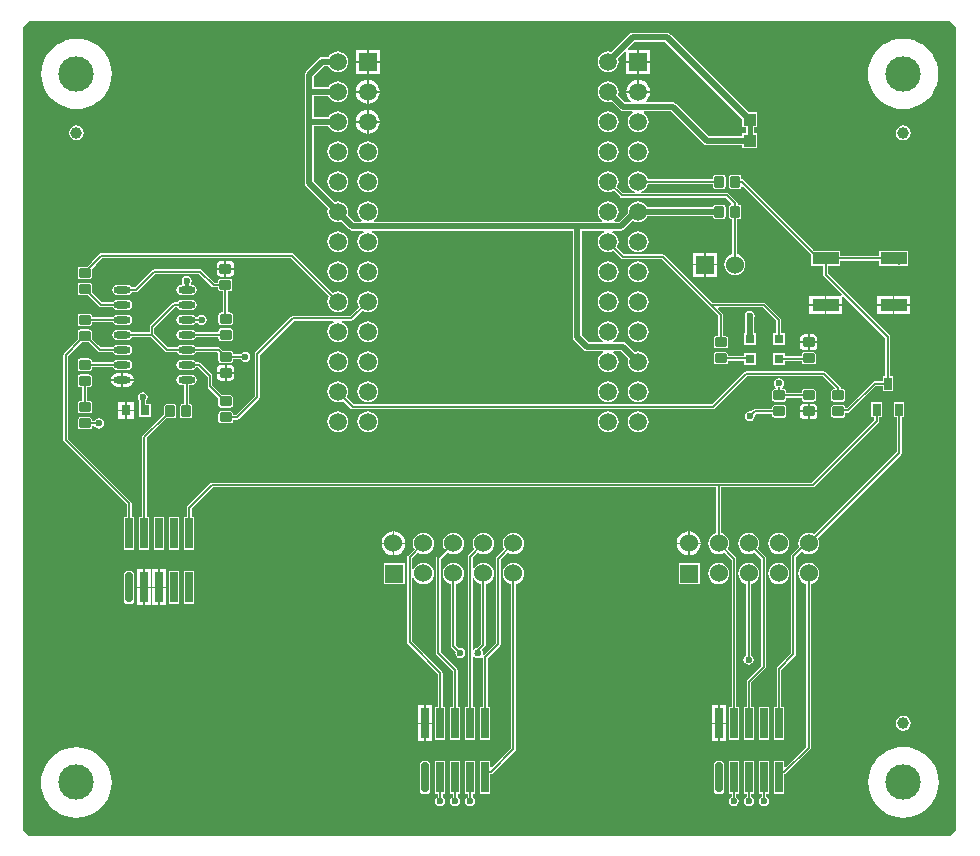
<source format=gtl>
G04*
G04 #@! TF.GenerationSoftware,Altium Limited,Altium Designer,20.2.6 (244)*
G04*
G04 Layer_Physical_Order=1*
G04 Layer_Color=255*
%FSLAX44Y44*%
%MOMM*%
G71*
G04*
G04 #@! TF.SameCoordinates,206DDC9A-6AB5-4D35-AA82-BAB3787187E7*
G04*
G04*
G04 #@! TF.FilePolarity,Positive*
G04*
G01*
G75*
G04:AMPARAMS|DCode=18|XSize=2.54mm|YSize=0.635mm|CornerRadius=0.1588mm|HoleSize=0mm|Usage=FLASHONLY|Rotation=90.000|XOffset=0mm|YOffset=0mm|HoleType=Round|Shape=RoundedRectangle|*
%AMROUNDEDRECTD18*
21,1,2.5400,0.3175,0,0,90.0*
21,1,2.2225,0.6350,0,0,90.0*
1,1,0.3175,0.1588,1.1113*
1,1,0.3175,0.1588,-1.1113*
1,1,0.3175,-0.1588,-1.1113*
1,1,0.3175,-0.1588,1.1113*
%
%ADD18ROUNDEDRECTD18*%
%ADD19R,0.6350X2.5400*%
%ADD20R,0.6500X1.0600*%
%ADD21O,1.4500X0.6000*%
%ADD22R,2.2500X1.0500*%
G04:AMPARAMS|DCode=23|XSize=0.95mm|YSize=0.8mm|CornerRadius=0.1mm|HoleSize=0mm|Usage=FLASHONLY|Rotation=0.000|XOffset=0mm|YOffset=0mm|HoleType=Round|Shape=RoundedRectangle|*
%AMROUNDEDRECTD23*
21,1,0.9500,0.6000,0,0,0.0*
21,1,0.7500,0.8000,0,0,0.0*
1,1,0.2000,0.3750,-0.3000*
1,1,0.2000,-0.3750,-0.3000*
1,1,0.2000,-0.3750,0.3000*
1,1,0.2000,0.3750,0.3000*
%
%ADD23ROUNDEDRECTD23*%
G04:AMPARAMS|DCode=24|XSize=0.95mm|YSize=0.8mm|CornerRadius=0.08mm|HoleSize=0mm|Usage=FLASHONLY|Rotation=0.000|XOffset=0mm|YOffset=0mm|HoleType=Round|Shape=RoundedRectangle|*
%AMROUNDEDRECTD24*
21,1,0.9500,0.6400,0,0,0.0*
21,1,0.7900,0.8000,0,0,0.0*
1,1,0.1600,0.3950,-0.3200*
1,1,0.1600,-0.3950,-0.3200*
1,1,0.1600,-0.3950,0.3200*
1,1,0.1600,0.3950,0.3200*
%
%ADD24ROUNDEDRECTD24*%
G04:AMPARAMS|DCode=25|XSize=0.95mm|YSize=0.8mm|CornerRadius=0.1mm|HoleSize=0mm|Usage=FLASHONLY|Rotation=90.000|XOffset=0mm|YOffset=0mm|HoleType=Round|Shape=RoundedRectangle|*
%AMROUNDEDRECTD25*
21,1,0.9500,0.6000,0,0,90.0*
21,1,0.7500,0.8000,0,0,90.0*
1,1,0.2000,0.3000,0.3750*
1,1,0.2000,0.3000,-0.3750*
1,1,0.2000,-0.3000,-0.3750*
1,1,0.2000,-0.3000,0.3750*
%
%ADD25ROUNDEDRECTD25*%
G04:AMPARAMS|DCode=26|XSize=0.95mm|YSize=0.8mm|CornerRadius=0.08mm|HoleSize=0mm|Usage=FLASHONLY|Rotation=90.000|XOffset=0mm|YOffset=0mm|HoleType=Round|Shape=RoundedRectangle|*
%AMROUNDEDRECTD26*
21,1,0.9500,0.6400,0,0,90.0*
21,1,0.7900,0.8000,0,0,90.0*
1,1,0.1600,0.3200,0.3950*
1,1,0.1600,0.3200,-0.3950*
1,1,0.1600,-0.3200,-0.3950*
1,1,0.1600,-0.3200,0.3950*
%
%ADD26ROUNDEDRECTD26*%
%ADD27R,0.8000X0.9000*%
%ADD46R,1.0000X1.0000*%
%ADD47C,1.0000*%
%ADD48R,0.8000X0.8000*%
%ADD49C,0.1500*%
%ADD50C,0.5000*%
%ADD51C,0.3000*%
%ADD52C,0.4200*%
%ADD53C,1.5240*%
%ADD54R,1.5240X1.5240*%
%ADD55C,3.0000*%
%ADD56C,1.5000*%
%ADD57R,1.5000X1.5000*%
%ADD58C,0.6000*%
G36*
X795000Y690000D02*
Y10000D01*
X790000Y5000D01*
X10000D01*
X5000Y10000D01*
Y690000D01*
X10000Y695000D01*
X790000D01*
X795000Y690000D01*
D02*
G37*
%LPC*%
G36*
X535560Y670320D02*
X526270D01*
Y661030D01*
X535560D01*
Y670320D01*
D02*
G37*
G36*
X306660D02*
X297370D01*
Y661030D01*
X306660D01*
Y670320D01*
D02*
G37*
G36*
X295870D02*
X286580D01*
Y661030D01*
X295870D01*
Y670320D01*
D02*
G37*
G36*
X271220Y669106D02*
X268936Y668805D01*
X266807Y667923D01*
X264979Y666521D01*
X263577Y664693D01*
X263333Y664103D01*
X258280D01*
X256817Y663812D01*
X255576Y662984D01*
X244296Y651704D01*
X243468Y650463D01*
X243176Y649000D01*
Y636060D01*
Y609480D01*
Y557500D01*
X243468Y556037D01*
X244296Y554796D01*
X262939Y536153D01*
X262695Y535564D01*
X262394Y533280D01*
X262695Y530996D01*
X263577Y528867D01*
X264979Y527039D01*
X266807Y525637D01*
X268936Y524755D01*
X271220Y524454D01*
X273504Y524755D01*
X274093Y524999D01*
X280796Y518296D01*
X282037Y517468D01*
X283500Y517177D01*
X292880D01*
X293133Y515906D01*
X292207Y515523D01*
X290379Y514121D01*
X288977Y512293D01*
X288095Y510164D01*
X287794Y507880D01*
X288095Y505596D01*
X288977Y503467D01*
X290379Y501639D01*
X292207Y500237D01*
X294336Y499355D01*
X296620Y499054D01*
X298904Y499355D01*
X301033Y500237D01*
X302860Y501639D01*
X304263Y503467D01*
X305145Y505596D01*
X305445Y507880D01*
X305145Y510164D01*
X304263Y512293D01*
X302860Y514121D01*
X301033Y515523D01*
X300107Y515906D01*
X300359Y517177D01*
X470177D01*
Y427000D01*
X470468Y425537D01*
X471296Y424296D01*
X479296Y416296D01*
X480537Y415468D01*
X482000Y415177D01*
X495415D01*
X495695Y413977D01*
X495686Y413907D01*
X493879Y412521D01*
X492477Y410693D01*
X491595Y408564D01*
X491295Y406280D01*
X491595Y403996D01*
X492477Y401867D01*
X493879Y400039D01*
X495707Y398637D01*
X497836Y397755D01*
X500120Y397454D01*
X502404Y397755D01*
X504533Y398637D01*
X506361Y400039D01*
X507763Y401867D01*
X508645Y403996D01*
X508946Y406280D01*
X508645Y408564D01*
X507763Y410693D01*
X506361Y412521D01*
X504554Y413907D01*
X504545Y413977D01*
X504825Y415177D01*
X511216D01*
X517239Y409154D01*
X516995Y408564D01*
X516694Y406280D01*
X516995Y403996D01*
X517877Y401867D01*
X519279Y400039D01*
X521107Y398637D01*
X523236Y397755D01*
X525520Y397454D01*
X527804Y397755D01*
X529933Y398637D01*
X531761Y400039D01*
X533163Y401867D01*
X534045Y403996D01*
X534346Y406280D01*
X534045Y408564D01*
X533163Y410693D01*
X531761Y412521D01*
X529933Y413923D01*
X527804Y414805D01*
X525520Y415106D01*
X523236Y414805D01*
X522646Y414561D01*
X515504Y421704D01*
X514263Y422532D01*
X512800Y422823D01*
X505215D01*
X504599Y423960D01*
X504607Y424094D01*
X506361Y425439D01*
X507763Y427267D01*
X508645Y429396D01*
X508946Y431680D01*
X508645Y433964D01*
X507763Y436093D01*
X506361Y437921D01*
X504533Y439323D01*
X502404Y440205D01*
X500120Y440505D01*
X497836Y440205D01*
X495707Y439323D01*
X493879Y437921D01*
X492477Y436093D01*
X491595Y433964D01*
X491295Y431680D01*
X491595Y429396D01*
X492477Y427267D01*
X493879Y425439D01*
X495634Y424094D01*
X495641Y423960D01*
X495025Y422823D01*
X483584D01*
X477823Y428584D01*
Y517177D01*
X496380D01*
X496633Y515906D01*
X495707Y515523D01*
X493879Y514121D01*
X492477Y512293D01*
X491595Y510164D01*
X491295Y507880D01*
X491595Y505596D01*
X492477Y503467D01*
X493879Y501639D01*
X495707Y500237D01*
X497836Y499355D01*
X500120Y499054D01*
X502404Y499355D01*
X504533Y500237D01*
X504729Y500387D01*
X511558Y493558D01*
X511558Y493558D01*
X512220Y493116D01*
X513000Y492961D01*
X545744D01*
X582334Y456371D01*
X582334Y456371D01*
X582334Y456371D01*
X586358Y452347D01*
X593439Y445266D01*
Y428040D01*
X591528D01*
X590728Y427881D01*
X590050Y427428D01*
X589597Y426750D01*
X589438Y425950D01*
Y419550D01*
X589597Y418750D01*
X590050Y418072D01*
X590728Y417619D01*
X591528Y417460D01*
X599428D01*
X600228Y417619D01*
X600906Y418072D01*
X601359Y418750D01*
X601518Y419550D01*
Y425950D01*
X601359Y426750D01*
X600906Y427428D01*
X600228Y427881D01*
X599428Y428040D01*
X597517D01*
Y446110D01*
X597362Y446891D01*
X596920Y447552D01*
X596920Y447552D01*
X593435Y451037D01*
X593921Y452211D01*
X631055D01*
X642561Y440705D01*
Y430500D01*
X639350D01*
Y420000D01*
X649850D01*
Y430500D01*
X646639D01*
Y441550D01*
X646484Y442330D01*
X646042Y442992D01*
X633342Y455692D01*
X632680Y456134D01*
X631900Y456289D01*
X588261D01*
X588261Y456289D01*
X588196Y456276D01*
X585218Y459254D01*
X585218Y459255D01*
X548030Y496442D01*
X547369Y496884D01*
X546589Y497039D01*
X513845D01*
X507613Y503271D01*
X507763Y503467D01*
X508645Y505596D01*
X508946Y507880D01*
X508645Y510164D01*
X507763Y512293D01*
X506361Y514121D01*
X504533Y515523D01*
X503607Y515906D01*
X503860Y517177D01*
X510962D01*
X512425Y517468D01*
X513666Y518296D01*
X521050Y525681D01*
X521107Y525637D01*
X523236Y524755D01*
X525520Y524454D01*
X527804Y524755D01*
X529933Y525637D01*
X531761Y527039D01*
X533163Y528867D01*
X533407Y529456D01*
X588937D01*
X589097Y528652D01*
X589595Y527908D01*
X590339Y527411D01*
X591217Y527236D01*
X597217D01*
X598095Y527411D01*
X598839Y527908D01*
X599336Y528652D01*
X599511Y529530D01*
Y537030D01*
X599336Y537908D01*
X598839Y538652D01*
X598095Y539150D01*
X597217Y539324D01*
X591217D01*
X590339Y539150D01*
X589595Y538652D01*
X589097Y537908D01*
X588937Y537104D01*
X533407D01*
X533163Y537693D01*
X531761Y539521D01*
X529933Y540923D01*
X527804Y541805D01*
X525520Y542105D01*
X523236Y541805D01*
X521107Y540923D01*
X519279Y539521D01*
X517877Y537693D01*
X516995Y535564D01*
X516694Y533280D01*
X516827Y532272D01*
X509378Y524823D01*
X505559D01*
X505128Y526093D01*
X506361Y527039D01*
X507763Y528867D01*
X508645Y530996D01*
X508946Y533280D01*
X508645Y535564D01*
X507763Y537693D01*
X506361Y539521D01*
X504533Y540923D01*
X502404Y541805D01*
X500120Y542105D01*
X497836Y541805D01*
X495707Y540923D01*
X493879Y539521D01*
X492477Y537693D01*
X491595Y535564D01*
X491295Y533280D01*
X491595Y530996D01*
X492477Y528867D01*
X493879Y527039D01*
X495112Y526093D01*
X494681Y524823D01*
X302059D01*
X301628Y526093D01*
X302860Y527039D01*
X304263Y528867D01*
X305145Y530996D01*
X305445Y533280D01*
X305145Y535564D01*
X304263Y537693D01*
X302860Y539521D01*
X301033Y540923D01*
X298904Y541805D01*
X296620Y542105D01*
X294336Y541805D01*
X292207Y540923D01*
X290379Y539521D01*
X288977Y537693D01*
X288095Y535564D01*
X287794Y533280D01*
X288095Y530996D01*
X288977Y528867D01*
X290379Y527039D01*
X291612Y526093D01*
X291181Y524823D01*
X285084D01*
X279501Y530406D01*
X279745Y530996D01*
X280045Y533280D01*
X279745Y535564D01*
X278863Y537693D01*
X277460Y539521D01*
X275632Y540923D01*
X273504Y541805D01*
X271220Y542105D01*
X268936Y541805D01*
X268346Y541561D01*
X250823Y559084D01*
Y605657D01*
X263333D01*
X263577Y605067D01*
X264979Y603239D01*
X266807Y601837D01*
X268936Y600955D01*
X271220Y600654D01*
X273504Y600955D01*
X275632Y601837D01*
X277460Y603239D01*
X278863Y605067D01*
X279745Y607196D01*
X280045Y609480D01*
X279745Y611764D01*
X278863Y613893D01*
X277460Y615721D01*
X275632Y617123D01*
X273504Y618005D01*
X271220Y618306D01*
X268936Y618005D01*
X266807Y617123D01*
X264979Y615721D01*
X263577Y613893D01*
X263333Y613303D01*
X250823D01*
Y631057D01*
X263333D01*
X263577Y630467D01*
X264979Y628639D01*
X266807Y627237D01*
X268936Y626355D01*
X271220Y626054D01*
X273504Y626355D01*
X275632Y627237D01*
X277460Y628639D01*
X278863Y630467D01*
X279745Y632596D01*
X280045Y634880D01*
X279745Y637164D01*
X278863Y639293D01*
X277460Y641121D01*
X275632Y642523D01*
X273504Y643405D01*
X271220Y643706D01*
X268936Y643405D01*
X266807Y642523D01*
X264979Y641121D01*
X263577Y639293D01*
X263333Y638703D01*
X250823D01*
Y647416D01*
X259864Y656457D01*
X263333D01*
X263577Y655867D01*
X264979Y654039D01*
X266807Y652637D01*
X268936Y651755D01*
X271220Y651454D01*
X273504Y651755D01*
X275632Y652637D01*
X277460Y654039D01*
X278863Y655867D01*
X279745Y657996D01*
X280045Y660280D01*
X279745Y662564D01*
X278863Y664693D01*
X277460Y666521D01*
X275632Y667923D01*
X273504Y668805D01*
X271220Y669106D01*
D02*
G37*
G36*
X535560Y659530D02*
X526270D01*
Y650240D01*
X535560D01*
Y659530D01*
D02*
G37*
G36*
X524770D02*
X515480D01*
Y650240D01*
X524770D01*
Y659530D01*
D02*
G37*
G36*
X306660D02*
X297370D01*
Y650240D01*
X306660D01*
Y659530D01*
D02*
G37*
G36*
X295870D02*
X286580D01*
Y650240D01*
X295870D01*
Y659530D01*
D02*
G37*
G36*
X526270Y644908D02*
Y635630D01*
X535548D01*
X535302Y637501D01*
X534290Y639943D01*
X532681Y642041D01*
X530583Y643650D01*
X528141Y644662D01*
X526270Y644908D01*
D02*
G37*
G36*
X297370D02*
Y635630D01*
X306648D01*
X306401Y637501D01*
X305390Y639943D01*
X303780Y642041D01*
X301683Y643650D01*
X299241Y644662D01*
X297370Y644908D01*
D02*
G37*
G36*
X295870D02*
X293999Y644662D01*
X291556Y643650D01*
X289459Y642041D01*
X287850Y639943D01*
X286838Y637501D01*
X286592Y635630D01*
X295870D01*
Y644908D01*
D02*
G37*
G36*
X524770D02*
X522899Y644662D01*
X520457Y643650D01*
X518359Y642041D01*
X516750Y639943D01*
X515738Y637501D01*
X515492Y635630D01*
X524770D01*
Y644908D01*
D02*
G37*
G36*
X306648Y634130D02*
X297370D01*
Y624852D01*
X299241Y625098D01*
X301683Y626110D01*
X303780Y627719D01*
X305390Y629817D01*
X306401Y632259D01*
X306648Y634130D01*
D02*
G37*
G36*
X295870D02*
X286592D01*
X286838Y632259D01*
X287850Y629817D01*
X289459Y627719D01*
X291556Y626110D01*
X293999Y625098D01*
X295870Y624852D01*
Y634130D01*
D02*
G37*
G36*
X749830Y679742D02*
X745162Y679375D01*
X740608Y678281D01*
X736282Y676489D01*
X732289Y674043D01*
X728728Y671002D01*
X725687Y667441D01*
X723241Y663448D01*
X721449Y659122D01*
X720355Y654568D01*
X719988Y649900D01*
X720355Y645232D01*
X721449Y640678D01*
X723241Y636352D01*
X725687Y632359D01*
X728728Y628798D01*
X732289Y625757D01*
X736282Y623311D01*
X740608Y621519D01*
X745162Y620425D01*
X749830Y620058D01*
X754498Y620425D01*
X759052Y621519D01*
X763378Y623311D01*
X767371Y625757D01*
X770931Y628798D01*
X773973Y632359D01*
X776419Y636352D01*
X778211Y640678D01*
X779305Y645232D01*
X779672Y649900D01*
X779305Y654568D01*
X778211Y659122D01*
X776419Y663448D01*
X773973Y667441D01*
X770931Y671002D01*
X767371Y674043D01*
X763378Y676489D01*
X759052Y678281D01*
X754498Y679375D01*
X749830Y679742D01*
D02*
G37*
G36*
X50080D02*
X45412Y679375D01*
X40858Y678281D01*
X36532Y676489D01*
X32539Y674043D01*
X28979Y671002D01*
X25937Y667441D01*
X23491Y663448D01*
X21699Y659122D01*
X20605Y654568D01*
X20238Y649900D01*
X20605Y645232D01*
X21699Y640678D01*
X23491Y636352D01*
X25937Y632359D01*
X28979Y628798D01*
X32539Y625757D01*
X36532Y623311D01*
X40858Y621519D01*
X45412Y620425D01*
X50080Y620058D01*
X54748Y620425D01*
X59302Y621519D01*
X63628Y623311D01*
X67621Y625757D01*
X71182Y628798D01*
X74223Y632359D01*
X76669Y636352D01*
X78461Y640678D01*
X79555Y645232D01*
X79922Y649900D01*
X79555Y654568D01*
X78461Y659122D01*
X76669Y663448D01*
X74223Y667441D01*
X71182Y671002D01*
X67621Y674043D01*
X63628Y676489D01*
X59302Y678281D01*
X54748Y679375D01*
X50080Y679742D01*
D02*
G37*
G36*
X297370Y619508D02*
Y610230D01*
X306648D01*
X306401Y612101D01*
X305390Y614543D01*
X303780Y616641D01*
X301683Y618250D01*
X299241Y619262D01*
X297370Y619508D01*
D02*
G37*
G36*
X295870D02*
X293999Y619262D01*
X291556Y618250D01*
X289459Y616641D01*
X287850Y614543D01*
X286838Y612101D01*
X286592Y610230D01*
X295870D01*
Y619508D01*
D02*
G37*
G36*
X500120Y618306D02*
X497836Y618005D01*
X495707Y617123D01*
X493879Y615721D01*
X492477Y613893D01*
X491595Y611764D01*
X491295Y609480D01*
X491595Y607196D01*
X492477Y605067D01*
X493879Y603239D01*
X495707Y601837D01*
X497836Y600955D01*
X500120Y600654D01*
X502404Y600955D01*
X504533Y601837D01*
X506361Y603239D01*
X507763Y605067D01*
X508645Y607196D01*
X508946Y609480D01*
X508645Y611764D01*
X507763Y613893D01*
X506361Y615721D01*
X504533Y617123D01*
X502404Y618005D01*
X500120Y618306D01*
D02*
G37*
G36*
X306648Y608730D02*
X297370D01*
Y599452D01*
X299241Y599698D01*
X301683Y600710D01*
X303780Y602319D01*
X305390Y604417D01*
X306401Y606859D01*
X306648Y608730D01*
D02*
G37*
G36*
X295870D02*
X286592D01*
X286838Y606859D01*
X287850Y604417D01*
X289459Y602319D01*
X291556Y600710D01*
X293999Y599698D01*
X295870Y599452D01*
Y608730D01*
D02*
G37*
G36*
X550012Y684824D02*
X520840D01*
X519377Y684532D01*
X518136Y683704D01*
X502994Y668561D01*
X502404Y668805D01*
X500120Y669106D01*
X497836Y668805D01*
X495707Y667923D01*
X493879Y666521D01*
X492477Y664693D01*
X491595Y662564D01*
X491295Y660280D01*
X491595Y657996D01*
X492477Y655867D01*
X493879Y654039D01*
X495707Y652637D01*
X497836Y651755D01*
X500120Y651454D01*
X502404Y651755D01*
X504533Y652637D01*
X506361Y654039D01*
X507763Y655867D01*
X508645Y657996D01*
X508946Y660280D01*
X508645Y662564D01*
X508401Y663154D01*
X514307Y669060D01*
X515480Y668574D01*
Y661030D01*
X524770D01*
Y670320D01*
X517226D01*
X516740Y671493D01*
X522424Y677177D01*
X548428D01*
X613758Y611847D01*
Y604754D01*
X616592D01*
Y599597D01*
X616508Y599528D01*
X616237Y599474D01*
X613758D01*
Y597048D01*
X585360D01*
X557704Y624704D01*
X556463Y625532D01*
X555000Y625824D01*
X532296D01*
X531865Y627094D01*
X532681Y627719D01*
X534290Y629817D01*
X535302Y632259D01*
X535548Y634130D01*
X525520D01*
X515492D01*
X515738Y632259D01*
X516750Y629817D01*
X518359Y627719D01*
X519175Y627094D01*
X518744Y625824D01*
X514584D01*
X508401Y632006D01*
X508645Y632596D01*
X508946Y634880D01*
X508645Y637164D01*
X507763Y639293D01*
X506361Y641121D01*
X504533Y642523D01*
X502404Y643405D01*
X500120Y643706D01*
X497836Y643405D01*
X495707Y642523D01*
X493879Y641121D01*
X492477Y639293D01*
X491595Y637164D01*
X491295Y634880D01*
X491595Y632596D01*
X492477Y630467D01*
X493879Y628639D01*
X495707Y627237D01*
X497836Y626355D01*
X500120Y626054D01*
X502404Y626355D01*
X502994Y626599D01*
X510296Y619296D01*
X511537Y618468D01*
X513000Y618176D01*
X520501D01*
X520508Y618164D01*
X520825Y616907D01*
X519279Y615721D01*
X517877Y613893D01*
X516995Y611764D01*
X516694Y609480D01*
X516995Y607196D01*
X517877Y605067D01*
X519279Y603239D01*
X521107Y601837D01*
X523236Y600955D01*
X525520Y600654D01*
X527804Y600955D01*
X529933Y601837D01*
X531761Y603239D01*
X533163Y605067D01*
X534045Y607196D01*
X534346Y609480D01*
X534045Y611764D01*
X533163Y613893D01*
X531761Y615721D01*
X530215Y616907D01*
X530532Y618164D01*
X530539Y618176D01*
X553416D01*
X581072Y590520D01*
X582313Y589692D01*
X583776Y589400D01*
X613758D01*
Y586974D01*
X626258D01*
Y599474D01*
X623424D01*
Y604754D01*
X626258D01*
Y617254D01*
X619165D01*
X552716Y683704D01*
X551475Y684532D01*
X550012Y684824D01*
D02*
G37*
G36*
X750000Y606373D02*
X747561Y605888D01*
X745494Y604506D01*
X744113Y602439D01*
X743628Y600000D01*
X744113Y597562D01*
X745494Y595494D01*
X747561Y594113D01*
X750000Y593628D01*
X752439Y594113D01*
X754506Y595494D01*
X755888Y597562D01*
X756373Y600000D01*
X755888Y602439D01*
X754506Y604506D01*
X752439Y605888D01*
X750000Y606373D01*
D02*
G37*
G36*
X50000D02*
X47561Y605888D01*
X45494Y604506D01*
X44113Y602439D01*
X43628Y600000D01*
X44113Y597562D01*
X45494Y595494D01*
X47561Y594113D01*
X50000Y593628D01*
X52439Y594113D01*
X54506Y595494D01*
X55887Y597562D01*
X56372Y600000D01*
X55887Y602439D01*
X54506Y604506D01*
X52439Y605888D01*
X50000Y606373D01*
D02*
G37*
G36*
X525520Y592906D02*
X523236Y592605D01*
X521107Y591723D01*
X519279Y590321D01*
X517877Y588493D01*
X516995Y586364D01*
X516694Y584080D01*
X516995Y581796D01*
X517877Y579667D01*
X519279Y577839D01*
X521107Y576437D01*
X523236Y575555D01*
X525520Y575255D01*
X527804Y575555D01*
X529933Y576437D01*
X531761Y577839D01*
X533163Y579667D01*
X534045Y581796D01*
X534346Y584080D01*
X534045Y586364D01*
X533163Y588493D01*
X531761Y590321D01*
X529933Y591723D01*
X527804Y592605D01*
X525520Y592906D01*
D02*
G37*
G36*
X500120D02*
X497836Y592605D01*
X495707Y591723D01*
X493879Y590321D01*
X492477Y588493D01*
X491595Y586364D01*
X491295Y584080D01*
X491595Y581796D01*
X492477Y579667D01*
X493879Y577839D01*
X495707Y576437D01*
X497836Y575555D01*
X500120Y575255D01*
X502404Y575555D01*
X504533Y576437D01*
X506361Y577839D01*
X507763Y579667D01*
X508645Y581796D01*
X508946Y584080D01*
X508645Y586364D01*
X507763Y588493D01*
X506361Y590321D01*
X504533Y591723D01*
X502404Y592605D01*
X500120Y592906D01*
D02*
G37*
G36*
X296620D02*
X294336Y592605D01*
X292207Y591723D01*
X290379Y590321D01*
X288977Y588493D01*
X288095Y586364D01*
X287794Y584080D01*
X288095Y581796D01*
X288977Y579667D01*
X290379Y577839D01*
X292207Y576437D01*
X294336Y575555D01*
X296620Y575255D01*
X298904Y575555D01*
X301033Y576437D01*
X302860Y577839D01*
X304263Y579667D01*
X305145Y581796D01*
X305445Y584080D01*
X305145Y586364D01*
X304263Y588493D01*
X302860Y590321D01*
X301033Y591723D01*
X298904Y592605D01*
X296620Y592906D01*
D02*
G37*
G36*
X271220D02*
X268936Y592605D01*
X266807Y591723D01*
X264979Y590321D01*
X263577Y588493D01*
X262695Y586364D01*
X262394Y584080D01*
X262695Y581796D01*
X263577Y579667D01*
X264979Y577839D01*
X266807Y576437D01*
X268936Y575555D01*
X271220Y575255D01*
X273504Y575555D01*
X275632Y576437D01*
X277460Y577839D01*
X278863Y579667D01*
X279745Y581796D01*
X280045Y584080D01*
X279745Y586364D01*
X278863Y588493D01*
X277460Y590321D01*
X275632Y591723D01*
X273504Y592605D01*
X271220Y592906D01*
D02*
G37*
G36*
X296620Y567505D02*
X294336Y567205D01*
X292207Y566323D01*
X290379Y564921D01*
X288977Y563093D01*
X288095Y560964D01*
X287794Y558680D01*
X288095Y556396D01*
X288977Y554267D01*
X290379Y552439D01*
X292207Y551037D01*
X294336Y550155D01*
X296620Y549855D01*
X298904Y550155D01*
X301033Y551037D01*
X302860Y552439D01*
X304263Y554267D01*
X305145Y556396D01*
X305445Y558680D01*
X305145Y560964D01*
X304263Y563093D01*
X302860Y564921D01*
X301033Y566323D01*
X298904Y567205D01*
X296620Y567505D01*
D02*
G37*
G36*
X271220D02*
X268936Y567205D01*
X266807Y566323D01*
X264979Y564921D01*
X263577Y563093D01*
X262695Y560964D01*
X262394Y558680D01*
X262695Y556396D01*
X263577Y554267D01*
X264979Y552439D01*
X266807Y551037D01*
X268936Y550155D01*
X271220Y549855D01*
X273504Y550155D01*
X275632Y551037D01*
X277460Y552439D01*
X278863Y554267D01*
X279745Y556396D01*
X280045Y558680D01*
X279745Y560964D01*
X278863Y563093D01*
X277460Y564921D01*
X275632Y566323D01*
X273504Y567205D01*
X271220Y567505D01*
D02*
G37*
G36*
X525520D02*
X523236Y567205D01*
X521107Y566323D01*
X519279Y564921D01*
X517877Y563093D01*
X516995Y560964D01*
X516694Y558680D01*
X516995Y556396D01*
X517877Y554267D01*
X519279Y552439D01*
X521107Y551037D01*
X522772Y550347D01*
X522520Y549077D01*
X512807D01*
X507700Y554184D01*
X507763Y554267D01*
X508645Y556396D01*
X508946Y558680D01*
X508645Y560964D01*
X507763Y563093D01*
X506361Y564921D01*
X504533Y566323D01*
X502404Y567205D01*
X500120Y567505D01*
X497836Y567205D01*
X495707Y566323D01*
X493879Y564921D01*
X492477Y563093D01*
X491595Y560964D01*
X491295Y558680D01*
X491595Y556396D01*
X492477Y554267D01*
X493879Y552439D01*
X495707Y551037D01*
X497836Y550155D01*
X500120Y549855D01*
X502404Y550155D01*
X504533Y551037D01*
X504842Y551274D01*
X510520Y545596D01*
X511182Y545154D01*
X511962Y544999D01*
X600122D01*
X604530Y540590D01*
X604527Y540262D01*
X604089Y539235D01*
X603717Y539161D01*
X603038Y538708D01*
X602585Y538030D01*
X602426Y537230D01*
Y529330D01*
X602585Y528530D01*
X603038Y527852D01*
X603717Y527399D01*
X604516Y527240D01*
X605361D01*
Y497178D01*
X605084Y497142D01*
X602927Y496248D01*
X601074Y494826D01*
X599652Y492973D01*
X598758Y490815D01*
X598453Y488500D01*
X598758Y486184D01*
X599652Y484027D01*
X601074Y482174D01*
X602927Y480752D01*
X605084Y479858D01*
X607400Y479553D01*
X609715Y479858D01*
X611873Y480752D01*
X613726Y482174D01*
X615148Y484027D01*
X616042Y486184D01*
X616347Y488500D01*
X616042Y490815D01*
X615148Y492973D01*
X613726Y494826D01*
X611873Y496248D01*
X609715Y497142D01*
X609439Y497178D01*
Y527240D01*
X610916D01*
X611716Y527399D01*
X612394Y527852D01*
X612847Y528530D01*
X613007Y529330D01*
Y537230D01*
X612847Y538030D01*
X612394Y538708D01*
X611716Y539161D01*
X610916Y539320D01*
X609756D01*
Y540288D01*
X609600Y541069D01*
X609158Y541730D01*
X602408Y548480D01*
X601747Y548922D01*
X600966Y549077D01*
X528520D01*
X528268Y550347D01*
X529933Y551037D01*
X531761Y552439D01*
X533163Y554267D01*
X534045Y556396D01*
X534058Y556499D01*
X588923D01*
Y554930D01*
X589097Y554052D01*
X589595Y553308D01*
X590339Y552811D01*
X591217Y552636D01*
X597217D01*
X598095Y552811D01*
X598839Y553308D01*
X599336Y554052D01*
X599511Y554930D01*
Y562430D01*
X599336Y563308D01*
X598839Y564052D01*
X598095Y564549D01*
X597217Y564724D01*
X591217D01*
X590339Y564549D01*
X589595Y564052D01*
X589097Y563308D01*
X588923Y562430D01*
Y560577D01*
X534096D01*
X534045Y560964D01*
X533163Y563093D01*
X531761Y564921D01*
X529933Y566323D01*
X527804Y567205D01*
X525520Y567505D01*
D02*
G37*
G36*
Y516706D02*
X523236Y516405D01*
X521107Y515523D01*
X519279Y514121D01*
X517877Y512293D01*
X516995Y510164D01*
X516694Y507880D01*
X516995Y505596D01*
X517877Y503467D01*
X519279Y501639D01*
X521107Y500237D01*
X523236Y499355D01*
X525520Y499054D01*
X527804Y499355D01*
X529933Y500237D01*
X531761Y501639D01*
X533163Y503467D01*
X534045Y505596D01*
X534346Y507880D01*
X534045Y510164D01*
X533163Y512293D01*
X531761Y514121D01*
X529933Y515523D01*
X527804Y516405D01*
X525520Y516706D01*
D02*
G37*
G36*
X271220D02*
X268936Y516405D01*
X266807Y515523D01*
X264979Y514121D01*
X263577Y512293D01*
X262695Y510164D01*
X262394Y507880D01*
X262695Y505596D01*
X263577Y503467D01*
X264979Y501639D01*
X266807Y500237D01*
X268936Y499355D01*
X271220Y499054D01*
X273504Y499355D01*
X275632Y500237D01*
X277460Y501639D01*
X278863Y503467D01*
X279745Y505596D01*
X280045Y507880D01*
X279745Y510164D01*
X278863Y512293D01*
X277460Y514121D01*
X275632Y515523D01*
X273504Y516405D01*
X271220Y516706D01*
D02*
G37*
G36*
X592160Y498660D02*
X582750D01*
Y489250D01*
X592160D01*
Y498660D01*
D02*
G37*
G36*
X581250D02*
X571840D01*
Y489250D01*
X581250D01*
Y498660D01*
D02*
G37*
G36*
X610916Y564720D02*
X604516D01*
X603717Y564561D01*
X603038Y564108D01*
X602585Y563430D01*
X602426Y562630D01*
Y554730D01*
X602585Y553930D01*
X603038Y553252D01*
X603717Y552799D01*
X604516Y552640D01*
X610916D01*
X611716Y552799D01*
X612394Y553252D01*
X612847Y553930D01*
X612937Y554383D01*
X614157Y554959D01*
X671750Y497366D01*
Y487250D01*
X682211D01*
Y480000D01*
X682366Y479220D01*
X682808Y478558D01*
X698068Y463298D01*
X697530Y462040D01*
X696981Y462040D01*
X685000D01*
Y455000D01*
X698040D01*
Y460897D01*
X698040Y461530D01*
X699299Y462068D01*
X734961Y426405D01*
Y394300D01*
X732500D01*
Y389789D01*
X725654D01*
X724874Y389634D01*
X724212Y389192D01*
X724212Y389192D01*
X702310Y367290D01*
X701040Y367338D01*
Y367450D01*
X700881Y368250D01*
X700428Y368928D01*
X699750Y369381D01*
X698950Y369540D01*
X691050D01*
X690250Y369381D01*
X689572Y368928D01*
X689119Y368250D01*
X688960Y367450D01*
Y361050D01*
X689119Y360250D01*
X689572Y359572D01*
X690250Y359119D01*
X691050Y358960D01*
X698950D01*
X699750Y359119D01*
X700428Y359572D01*
X700881Y360250D01*
X701040Y361050D01*
Y363178D01*
X703121D01*
X703902Y363334D01*
X704563Y363776D01*
X726498Y385711D01*
X732500D01*
Y381200D01*
X741500D01*
Y394300D01*
X739039D01*
Y427250D01*
X739039Y427250D01*
X738884Y428030D01*
X738442Y428692D01*
X738442Y428692D01*
X686289Y480845D01*
Y487250D01*
X696750D01*
Y491711D01*
X729250D01*
Y487250D01*
X746053D01*
X746250Y487211D01*
X746447Y487250D01*
X754250D01*
Y500250D01*
X729250D01*
Y495789D01*
X696750D01*
Y500250D01*
X679947D01*
X679750Y500289D01*
X674595D01*
X614762Y560122D01*
X614100Y560564D01*
X613320Y560719D01*
X613007D01*
Y562630D01*
X612847Y563430D01*
X612394Y564108D01*
X611716Y564561D01*
X610916Y564720D01*
D02*
G37*
G36*
X179950Y491356D02*
X176750D01*
Y485500D01*
X183356D01*
Y487950D01*
X183096Y489254D01*
X182358Y490358D01*
X181253Y491096D01*
X179950Y491356D01*
D02*
G37*
G36*
X175250D02*
X172050D01*
X170747Y491096D01*
X169642Y490358D01*
X168904Y489254D01*
X168645Y487950D01*
Y485500D01*
X175250D01*
Y491356D01*
D02*
G37*
G36*
X592160Y487750D02*
X582750D01*
Y478340D01*
X592160D01*
Y487750D01*
D02*
G37*
G36*
X581250D02*
X571840D01*
Y478340D01*
X581250D01*
Y487750D01*
D02*
G37*
G36*
X183356Y484000D02*
X176750D01*
Y478145D01*
X179950D01*
X181253Y478404D01*
X182358Y479142D01*
X183096Y480247D01*
X183356Y481550D01*
Y484000D01*
D02*
G37*
G36*
X175250D02*
X168645D01*
Y481550D01*
X168904Y480247D01*
X169642Y479142D01*
X170747Y478404D01*
X172050Y478145D01*
X175250D01*
Y484000D01*
D02*
G37*
G36*
X525520Y491306D02*
X523236Y491005D01*
X521107Y490123D01*
X519279Y488721D01*
X517877Y486893D01*
X516995Y484764D01*
X516694Y482480D01*
X516995Y480196D01*
X517877Y478067D01*
X519279Y476239D01*
X521107Y474837D01*
X523236Y473955D01*
X525520Y473655D01*
X527804Y473955D01*
X529933Y474837D01*
X531761Y476239D01*
X533163Y478067D01*
X534045Y480196D01*
X534346Y482480D01*
X534045Y484764D01*
X533163Y486893D01*
X531761Y488721D01*
X529933Y490123D01*
X527804Y491005D01*
X525520Y491306D01*
D02*
G37*
G36*
X500120D02*
X497836Y491005D01*
X495707Y490123D01*
X493879Y488721D01*
X492477Y486893D01*
X491595Y484764D01*
X491295Y482480D01*
X491595Y480196D01*
X492477Y478067D01*
X493879Y476239D01*
X495707Y474837D01*
X497836Y473955D01*
X500120Y473655D01*
X502404Y473955D01*
X504533Y474837D01*
X506361Y476239D01*
X507763Y478067D01*
X508645Y480196D01*
X508946Y482480D01*
X508645Y484764D01*
X507763Y486893D01*
X506361Y488721D01*
X504533Y490123D01*
X502404Y491005D01*
X500120Y491306D01*
D02*
G37*
G36*
X296620D02*
X294336Y491005D01*
X292207Y490123D01*
X290379Y488721D01*
X288977Y486893D01*
X288095Y484764D01*
X287794Y482480D01*
X288095Y480196D01*
X288977Y478067D01*
X290379Y476239D01*
X292207Y474837D01*
X294336Y473955D01*
X296620Y473655D01*
X298904Y473955D01*
X301033Y474837D01*
X302860Y476239D01*
X304263Y478067D01*
X305145Y480196D01*
X305445Y482480D01*
X305145Y484764D01*
X304263Y486893D01*
X302860Y488721D01*
X301033Y490123D01*
X298904Y491005D01*
X296620Y491306D01*
D02*
G37*
G36*
X271220D02*
X268936Y491005D01*
X266807Y490123D01*
X264979Y488721D01*
X263577Y486893D01*
X262695Y484764D01*
X262394Y482480D01*
X262695Y480196D01*
X263577Y478067D01*
X264979Y476239D01*
X266807Y474837D01*
X268936Y473955D01*
X271220Y473655D01*
X273504Y473955D01*
X275632Y474837D01*
X277460Y476239D01*
X278863Y478067D01*
X279745Y480196D01*
X280045Y482480D01*
X279745Y484764D01*
X278863Y486893D01*
X277460Y488721D01*
X275632Y490123D01*
X273504Y491005D01*
X271220Y491306D01*
D02*
G37*
G36*
X143250Y479083D02*
X141592Y478753D01*
X140186Y477814D01*
X139247Y476408D01*
X138917Y474750D01*
X139247Y473092D01*
X139506Y472703D01*
X139161Y471837D01*
X138848Y471403D01*
X137342Y471103D01*
X135936Y470164D01*
X134997Y468758D01*
X134667Y467100D01*
X134997Y465442D01*
X135936Y464036D01*
X137342Y463096D01*
X139000Y462766D01*
X147500D01*
X149158Y463096D01*
X150564Y464036D01*
X151503Y465442D01*
X151833Y467100D01*
X151503Y468758D01*
X150564Y470164D01*
X149158Y471103D01*
X147652Y471403D01*
X147339Y471837D01*
X146994Y472703D01*
X147253Y473092D01*
X147583Y474750D01*
X147253Y476408D01*
X146314Y477814D01*
X144908Y478753D01*
X143250Y479083D01*
D02*
G37*
G36*
X147500Y458733D02*
X139000D01*
X137342Y458403D01*
X135936Y457464D01*
X135251Y456439D01*
X132700D01*
X132700Y456439D01*
X131919Y456284D01*
X131258Y455842D01*
X112558Y437142D01*
X112116Y436480D01*
X111961Y435700D01*
Y431039D01*
X96749D01*
X96064Y432064D01*
X94658Y433003D01*
X93000Y433333D01*
X84500D01*
X82842Y433003D01*
X81436Y432064D01*
X80497Y430658D01*
X80167Y429000D01*
X80497Y427341D01*
X81436Y425936D01*
X82842Y424996D01*
X84500Y424666D01*
X93000D01*
X94658Y424996D01*
X96064Y425936D01*
X96749Y426961D01*
X113155D01*
X125258Y414858D01*
X125258Y414858D01*
X125920Y414416D01*
X126700Y414261D01*
X126700Y414261D01*
X135251D01*
X135936Y413236D01*
X137342Y412296D01*
X139000Y411967D01*
X147500D01*
X149158Y412296D01*
X150564Y413236D01*
X151249Y414261D01*
X169371D01*
X170236Y413350D01*
Y407350D01*
X170410Y406472D01*
X170908Y405728D01*
X171652Y405230D01*
X172530Y405056D01*
X180030D01*
X180908Y405230D01*
X181652Y405728D01*
X182149Y406472D01*
X182324Y407350D01*
Y408311D01*
X189251D01*
X189936Y407286D01*
X191342Y406346D01*
X193000Y406016D01*
X194658Y406346D01*
X196064Y407286D01*
X197003Y408691D01*
X197333Y410350D01*
X197003Y412008D01*
X196064Y413414D01*
X194658Y414353D01*
X193000Y414683D01*
X191342Y414353D01*
X189936Y413414D01*
X189251Y412389D01*
X182324D01*
Y413350D01*
X182149Y414228D01*
X181652Y414972D01*
X180908Y415469D01*
X180030Y415644D01*
X173870D01*
X171772Y417742D01*
X171110Y418184D01*
X170330Y418339D01*
X151249D01*
X150564Y419364D01*
X149158Y420303D01*
X147500Y420633D01*
X139000D01*
X137342Y420303D01*
X135936Y419364D01*
X135251Y418339D01*
X127545D01*
X116039Y429845D01*
Y434855D01*
X133545Y452361D01*
X135251D01*
X135936Y451336D01*
X137342Y450396D01*
X139000Y450066D01*
X147500D01*
X149158Y450396D01*
X150564Y451336D01*
X151503Y452742D01*
X151833Y454400D01*
X151503Y456058D01*
X150564Y457464D01*
X149158Y458403D01*
X147500Y458733D01*
D02*
G37*
G36*
X755540Y462040D02*
X742500D01*
Y455000D01*
X755540D01*
Y462040D01*
D02*
G37*
G36*
X741000D02*
X727960D01*
Y455000D01*
X741000D01*
Y462040D01*
D02*
G37*
G36*
X683500D02*
X670460D01*
Y455000D01*
X683500D01*
Y462040D01*
D02*
G37*
G36*
X60950Y473290D02*
X53050D01*
X52250Y473131D01*
X51572Y472678D01*
X51119Y472000D01*
X50960Y471200D01*
Y464800D01*
X51119Y464000D01*
X51572Y463322D01*
X52250Y462869D01*
X53050Y462710D01*
X59447D01*
X59527Y462589D01*
X69159Y452958D01*
X69159Y452958D01*
X69820Y452516D01*
X70601Y452361D01*
X70601Y452361D01*
X80751D01*
X81436Y451336D01*
X82842Y450396D01*
X84500Y450066D01*
X93000D01*
X94658Y450396D01*
X96064Y451336D01*
X97004Y452742D01*
X97333Y454400D01*
X97004Y456058D01*
X96064Y457464D01*
X94658Y458403D01*
X93000Y458733D01*
X84500D01*
X82842Y458403D01*
X81436Y457464D01*
X80751Y456439D01*
X71445D01*
X63040Y464844D01*
Y471200D01*
X62881Y472000D01*
X62428Y472678D01*
X61750Y473131D01*
X60950Y473290D01*
D02*
G37*
G36*
X525520Y465905D02*
X523236Y465605D01*
X521107Y464723D01*
X519279Y463321D01*
X517877Y461493D01*
X516995Y459364D01*
X516694Y457080D01*
X516995Y454796D01*
X517877Y452667D01*
X519279Y450839D01*
X521107Y449437D01*
X523236Y448555D01*
X525520Y448255D01*
X527804Y448555D01*
X529933Y449437D01*
X531761Y450839D01*
X533163Y452667D01*
X534045Y454796D01*
X534346Y457080D01*
X534045Y459364D01*
X533163Y461493D01*
X531761Y463321D01*
X529933Y464723D01*
X527804Y465605D01*
X525520Y465905D01*
D02*
G37*
G36*
X500120D02*
X497836Y465605D01*
X495707Y464723D01*
X493879Y463321D01*
X492477Y461493D01*
X491595Y459364D01*
X491295Y457080D01*
X491595Y454796D01*
X492477Y452667D01*
X493879Y450839D01*
X495707Y449437D01*
X497836Y448555D01*
X500120Y448255D01*
X502404Y448555D01*
X504533Y449437D01*
X506361Y450839D01*
X507763Y452667D01*
X508645Y454796D01*
X508946Y457080D01*
X508645Y459364D01*
X507763Y461493D01*
X506361Y463321D01*
X504533Y464723D01*
X502404Y465605D01*
X500120Y465905D01*
D02*
G37*
G36*
X296620D02*
X294336Y465605D01*
X292207Y464723D01*
X290379Y463321D01*
X288977Y461493D01*
X288095Y459364D01*
X287794Y457080D01*
X288095Y454796D01*
X288977Y452667D01*
X289127Y452471D01*
X281725Y445069D01*
X233000D01*
X232220Y444914D01*
X231558Y444472D01*
X231558Y444472D01*
X201558Y414472D01*
X201116Y413810D01*
X200961Y413030D01*
Y376845D01*
X185405Y361289D01*
X182324D01*
Y362250D01*
X182150Y363128D01*
X181652Y363872D01*
X180908Y364370D01*
X180030Y364544D01*
X172530D01*
X171652Y364370D01*
X170908Y363872D01*
X170411Y363128D01*
X170236Y362250D01*
Y356250D01*
X170411Y355372D01*
X170908Y354628D01*
X171652Y354131D01*
X172530Y353956D01*
X180030D01*
X180908Y354131D01*
X181652Y354628D01*
X182150Y355372D01*
X182324Y356250D01*
Y357211D01*
X186250D01*
X187031Y357366D01*
X187692Y357808D01*
X204442Y374558D01*
X204442Y374558D01*
X204884Y375220D01*
X205039Y376000D01*
X205039Y376000D01*
Y412185D01*
X233845Y440991D01*
X267515D01*
X267767Y439721D01*
X266807Y439323D01*
X264979Y437921D01*
X263577Y436093D01*
X262695Y433964D01*
X262394Y431680D01*
X262695Y429396D01*
X263577Y427267D01*
X264979Y425439D01*
X266807Y424037D01*
X268936Y423155D01*
X271220Y422854D01*
X273504Y423155D01*
X275632Y424037D01*
X277460Y425439D01*
X278863Y427267D01*
X279745Y429396D01*
X280045Y431680D01*
X279745Y433964D01*
X278863Y436093D01*
X277460Y437921D01*
X275632Y439323D01*
X274672Y439721D01*
X274925Y440991D01*
X282570D01*
X283350Y441146D01*
X284012Y441588D01*
X292011Y449587D01*
X292207Y449437D01*
X294336Y448555D01*
X296620Y448255D01*
X298904Y448555D01*
X301033Y449437D01*
X302860Y450839D01*
X304263Y452667D01*
X305145Y454796D01*
X305445Y457080D01*
X305145Y459364D01*
X304263Y461493D01*
X302860Y463321D01*
X301033Y464723D01*
X298904Y465605D01*
X296620Y465905D01*
D02*
G37*
G36*
X71000Y498039D02*
X70220Y497884D01*
X69558Y497442D01*
X69558Y497442D01*
X63558Y491442D01*
X63116Y490780D01*
X63046Y490430D01*
X59410Y486794D01*
X53250D01*
X52372Y486619D01*
X51628Y486122D01*
X51131Y485378D01*
X50956Y484500D01*
Y478500D01*
X51131Y477622D01*
X51628Y476878D01*
X52372Y476380D01*
X53250Y476206D01*
X60750D01*
X61628Y476380D01*
X62372Y476878D01*
X62870Y477622D01*
X63044Y478500D01*
Y484500D01*
X63018Y484633D01*
X66442Y488058D01*
X66442Y488058D01*
X66884Y488719D01*
X66954Y489070D01*
X71845Y493961D01*
X231455D01*
X263727Y461689D01*
X263577Y461493D01*
X262695Y459364D01*
X262394Y457080D01*
X262695Y454796D01*
X263577Y452667D01*
X264979Y450839D01*
X266807Y449437D01*
X268936Y448555D01*
X271220Y448255D01*
X273504Y448555D01*
X275632Y449437D01*
X277460Y450839D01*
X278863Y452667D01*
X279745Y454796D01*
X280045Y457080D01*
X279745Y459364D01*
X278863Y461493D01*
X277460Y463321D01*
X275632Y464723D01*
X273504Y465605D01*
X271220Y465905D01*
X268936Y465605D01*
X266807Y464723D01*
X266611Y464573D01*
X233742Y497442D01*
X233080Y497884D01*
X232300Y498039D01*
X71000D01*
X71000Y498039D01*
D02*
G37*
G36*
X755540Y453500D02*
X742500D01*
Y446460D01*
X755540D01*
Y453500D01*
D02*
G37*
G36*
X741000D02*
X727960D01*
Y446460D01*
X741000D01*
Y453500D01*
D02*
G37*
G36*
X698040D02*
X685000D01*
Y446460D01*
X698040D01*
Y453500D01*
D02*
G37*
G36*
X683500D02*
X670460D01*
Y446460D01*
X683500D01*
Y453500D01*
D02*
G37*
G36*
X156000Y446033D02*
X154342Y445703D01*
X152936Y444764D01*
X152401Y443963D01*
X151099D01*
X150564Y444764D01*
X149158Y445703D01*
X147500Y446033D01*
X139000D01*
X137342Y445703D01*
X135936Y444764D01*
X134997Y443358D01*
X134667Y441700D01*
X134997Y440042D01*
X135936Y438636D01*
X137342Y437696D01*
X139000Y437366D01*
X147500D01*
X149158Y437696D01*
X150564Y438636D01*
X151099Y439437D01*
X152401D01*
X152936Y438636D01*
X154342Y437696D01*
X156000Y437366D01*
X157658Y437696D01*
X159064Y438636D01*
X160003Y440042D01*
X160333Y441700D01*
X160003Y443358D01*
X159064Y444764D01*
X157658Y445703D01*
X156000Y446033D01*
D02*
G37*
G36*
X116000Y484519D02*
X115220Y484364D01*
X114558Y483922D01*
X114558Y483922D01*
X99775Y469139D01*
X96749D01*
X96064Y470164D01*
X94658Y471103D01*
X93000Y471433D01*
X84500D01*
X82842Y471103D01*
X81436Y470164D01*
X80497Y468758D01*
X80167Y467100D01*
X80497Y465442D01*
X81436Y464036D01*
X82842Y463096D01*
X84500Y462766D01*
X93000D01*
X94658Y463096D01*
X96064Y464036D01*
X96749Y465061D01*
X100620D01*
X101400Y465216D01*
X102062Y465658D01*
X116845Y480441D01*
X154075D01*
X164708Y469808D01*
X165369Y469366D01*
X166150Y469211D01*
X169956D01*
Y468250D01*
X170131Y467372D01*
X170628Y466628D01*
X171372Y466131D01*
X172250Y465956D01*
X173961D01*
Y448044D01*
X172530D01*
X171652Y447869D01*
X170908Y447372D01*
X170411Y446628D01*
X170236Y445750D01*
Y439750D01*
X170411Y438872D01*
X170908Y438128D01*
X171652Y437630D01*
X172530Y437456D01*
X180030D01*
X180908Y437630D01*
X181652Y438128D01*
X182150Y438872D01*
X182324Y439750D01*
Y445750D01*
X182150Y446628D01*
X181652Y447372D01*
X180908Y447869D01*
X180030Y448044D01*
X178039D01*
Y465956D01*
X179750D01*
X180628Y466131D01*
X181372Y466628D01*
X181870Y467372D01*
X182044Y468250D01*
Y474250D01*
X181870Y475128D01*
X181372Y475872D01*
X180628Y476370D01*
X179750Y476544D01*
X172250D01*
X171372Y476370D01*
X170628Y475872D01*
X170131Y475128D01*
X169956Y474250D01*
Y473289D01*
X166994D01*
X156362Y483922D01*
X155700Y484364D01*
X154920Y484519D01*
X116000D01*
X116000Y484519D01*
D02*
G37*
G36*
X60950Y447040D02*
X53050D01*
X52250Y446881D01*
X51572Y446428D01*
X51119Y445750D01*
X50960Y444950D01*
Y438550D01*
X51119Y437750D01*
X51572Y437072D01*
X52250Y436619D01*
X53050Y436460D01*
X60950D01*
X61750Y436619D01*
X62428Y437072D01*
X62881Y437750D01*
X63040Y438550D01*
Y439661D01*
X80751D01*
X81436Y438636D01*
X82842Y437696D01*
X84500Y437366D01*
X93000D01*
X94658Y437696D01*
X96064Y438636D01*
X97004Y440042D01*
X97333Y441700D01*
X97004Y443358D01*
X96064Y444764D01*
X94658Y445703D01*
X93000Y446033D01*
X84500D01*
X82842Y445703D01*
X81436Y444764D01*
X80751Y443739D01*
X63040D01*
Y444950D01*
X62881Y445750D01*
X62428Y446428D01*
X61750Y446881D01*
X60950Y447040D01*
D02*
G37*
G36*
X180230Y434540D02*
X172330D01*
X171530Y434381D01*
X170852Y433928D01*
X170399Y433250D01*
X170240Y432450D01*
Y431039D01*
X151249D01*
X150564Y432064D01*
X149158Y433003D01*
X147500Y433333D01*
X139000D01*
X137342Y433003D01*
X135936Y432064D01*
X134997Y430658D01*
X134667Y429000D01*
X134997Y427341D01*
X135936Y425936D01*
X137342Y424996D01*
X139000Y424666D01*
X147500D01*
X149158Y424996D01*
X150564Y425936D01*
X151249Y426961D01*
X170240D01*
Y426050D01*
X170399Y425250D01*
X170852Y424572D01*
X171530Y424119D01*
X172330Y423960D01*
X180230D01*
X181030Y424119D01*
X181708Y424572D01*
X182161Y425250D01*
X182320Y426050D01*
Y432450D01*
X182161Y433250D01*
X181708Y433928D01*
X181030Y434381D01*
X180230Y434540D01*
D02*
G37*
G36*
X673950Y429355D02*
X670750D01*
Y423500D01*
X677355D01*
Y425950D01*
X677096Y427253D01*
X676358Y428358D01*
X675253Y429096D01*
X673950Y429355D01*
D02*
G37*
G36*
X669250D02*
X666050D01*
X664747Y429096D01*
X663642Y428358D01*
X662904Y427253D01*
X662644Y425950D01*
Y423500D01*
X669250D01*
Y429355D01*
D02*
G37*
G36*
X525520Y440505D02*
X523236Y440205D01*
X521107Y439323D01*
X519279Y437921D01*
X517877Y436093D01*
X516995Y433964D01*
X516694Y431680D01*
X516995Y429396D01*
X517877Y427267D01*
X519279Y425439D01*
X521107Y424037D01*
X523236Y423155D01*
X525520Y422854D01*
X527804Y423155D01*
X529933Y424037D01*
X531761Y425439D01*
X533163Y427267D01*
X534045Y429396D01*
X534346Y431680D01*
X534045Y433964D01*
X533163Y436093D01*
X531761Y437921D01*
X529933Y439323D01*
X527804Y440205D01*
X525520Y440505D01*
D02*
G37*
G36*
X296620D02*
X294336Y440205D01*
X292207Y439323D01*
X290379Y437921D01*
X288977Y436093D01*
X288095Y433964D01*
X287794Y431680D01*
X288095Y429396D01*
X288977Y427267D01*
X290379Y425439D01*
X292207Y424037D01*
X294336Y423155D01*
X296620Y422854D01*
X298904Y423155D01*
X301033Y424037D01*
X302860Y425439D01*
X304263Y427267D01*
X305145Y429396D01*
X305445Y431680D01*
X305145Y433964D01*
X304263Y436093D01*
X302860Y437921D01*
X301033Y439323D01*
X298904Y440205D01*
X296620Y440505D01*
D02*
G37*
G36*
X619921Y449533D02*
X618262Y449203D01*
X616856Y448264D01*
X615917Y446858D01*
X615587Y445200D01*
X615917Y443542D01*
X616097Y443272D01*
Y430500D01*
X614750D01*
Y420000D01*
X625250D01*
Y430500D01*
X623744D01*
Y443272D01*
X623924Y443542D01*
X624254Y445200D01*
X623924Y446858D01*
X622985Y448264D01*
X621579Y449203D01*
X619921Y449533D01*
D02*
G37*
G36*
X677355Y422000D02*
X670750D01*
Y416144D01*
X673950D01*
X675253Y416404D01*
X676358Y417142D01*
X677096Y418247D01*
X677355Y419550D01*
Y422000D01*
D02*
G37*
G36*
X669250D02*
X662644D01*
Y419550D01*
X662904Y418247D01*
X663642Y417142D01*
X664747Y416404D01*
X666050Y416144D01*
X669250D01*
Y422000D01*
D02*
G37*
G36*
X60750Y433544D02*
X53250D01*
X52372Y433370D01*
X51628Y432872D01*
X51131Y432128D01*
X50956Y431250D01*
Y425250D01*
X50983Y425117D01*
X39558Y413692D01*
X39116Y413030D01*
X38961Y412250D01*
Y340000D01*
X39116Y339220D01*
X39558Y338558D01*
X92561Y285555D01*
Y274810D01*
X90175D01*
Y246910D01*
X99025D01*
Y274810D01*
X96639D01*
Y286400D01*
X96484Y287181D01*
X96042Y287842D01*
X96042Y287842D01*
X43039Y340845D01*
Y411405D01*
X54590Y422956D01*
X60160D01*
X65314Y417802D01*
X65558Y417437D01*
X68137Y414858D01*
X68137Y414858D01*
X68798Y414416D01*
X69579Y414261D01*
X69579Y414261D01*
X80751D01*
X81436Y413236D01*
X82842Y412296D01*
X84500Y411967D01*
X93000D01*
X94658Y412296D01*
X96064Y413236D01*
X97004Y414641D01*
X97333Y416300D01*
X97004Y417958D01*
X96064Y419364D01*
X94658Y420303D01*
X93000Y420633D01*
X84500D01*
X82842Y420303D01*
X81436Y419364D01*
X80751Y418339D01*
X70423D01*
X68686Y420076D01*
X68442Y420442D01*
X68442Y420442D01*
X63044Y425840D01*
Y431250D01*
X62870Y432128D01*
X62372Y432872D01*
X61628Y433370D01*
X60750Y433544D01*
D02*
G37*
G36*
X673750Y414544D02*
X666250D01*
X665372Y414369D01*
X664628Y413872D01*
X664130Y413128D01*
X663956Y412250D01*
Y410789D01*
X649850D01*
Y414000D01*
X639350D01*
Y403500D01*
X649850D01*
Y406711D01*
X663956D01*
Y406250D01*
X664130Y405372D01*
X664628Y404628D01*
X665372Y404130D01*
X666250Y403956D01*
X673750D01*
X674628Y404130D01*
X675372Y404628D01*
X675869Y405372D01*
X676044Y406250D01*
Y412250D01*
X675869Y413128D01*
X675372Y413872D01*
X674628Y414369D01*
X673750Y414544D01*
D02*
G37*
G36*
X599228Y414544D02*
X591728D01*
X590850Y414370D01*
X590106Y413872D01*
X589609Y413128D01*
X589434Y412250D01*
Y406250D01*
X589609Y405372D01*
X590106Y404628D01*
X590850Y404131D01*
X591728Y403956D01*
X599228D01*
X600106Y404131D01*
X600850Y404628D01*
X601348Y405372D01*
X601522Y406250D01*
Y407211D01*
X614750D01*
Y403500D01*
X625250D01*
Y414000D01*
X614750D01*
Y411289D01*
X601522D01*
Y412250D01*
X601348Y413128D01*
X600850Y413872D01*
X600106Y414370D01*
X599228Y414544D01*
D02*
G37*
G36*
X60950Y409040D02*
X53050D01*
X52250Y408881D01*
X51572Y408428D01*
X51119Y407750D01*
X50960Y406950D01*
Y400550D01*
X51119Y399750D01*
X51572Y399072D01*
X52250Y398619D01*
X53050Y398460D01*
X60950D01*
X61750Y398619D01*
X62428Y399072D01*
X62881Y399750D01*
X63040Y400550D01*
Y401561D01*
X80751D01*
X81436Y400536D01*
X82842Y399596D01*
X84500Y399267D01*
X93000D01*
X94658Y399596D01*
X96064Y400536D01*
X97004Y401941D01*
X97333Y403600D01*
X97004Y405258D01*
X96064Y406664D01*
X94658Y407603D01*
X93000Y407933D01*
X84500D01*
X82842Y407603D01*
X81436Y406664D01*
X80751Y405639D01*
X63040D01*
Y406950D01*
X62881Y407750D01*
X62428Y408428D01*
X61750Y408881D01*
X60950Y409040D01*
D02*
G37*
G36*
X180230Y403455D02*
X177030D01*
Y397600D01*
X183635D01*
Y400050D01*
X183376Y401353D01*
X182638Y402458D01*
X181533Y403196D01*
X180230Y403455D01*
D02*
G37*
G36*
X175530D02*
X172330D01*
X171027Y403196D01*
X169922Y402458D01*
X169184Y401353D01*
X168925Y400050D01*
Y397600D01*
X175530D01*
Y403455D01*
D02*
G37*
G36*
X296620Y415106D02*
X294336Y414805D01*
X292207Y413923D01*
X290379Y412521D01*
X288977Y410693D01*
X288095Y408564D01*
X287794Y406280D01*
X288095Y403996D01*
X288977Y401867D01*
X290379Y400039D01*
X292207Y398637D01*
X294336Y397755D01*
X296620Y397454D01*
X298904Y397755D01*
X301033Y398637D01*
X302860Y400039D01*
X304263Y401867D01*
X305145Y403996D01*
X305445Y406280D01*
X305145Y408564D01*
X304263Y410693D01*
X302860Y412521D01*
X301033Y413923D01*
X298904Y414805D01*
X296620Y415106D01*
D02*
G37*
G36*
X271220D02*
X268936Y414805D01*
X266807Y413923D01*
X264979Y412521D01*
X263577Y410693D01*
X262695Y408564D01*
X262394Y406280D01*
X262695Y403996D01*
X263577Y401867D01*
X264979Y400039D01*
X266807Y398637D01*
X268936Y397755D01*
X271220Y397454D01*
X273504Y397755D01*
X275632Y398637D01*
X277460Y400039D01*
X278863Y401867D01*
X279745Y403996D01*
X280045Y406280D01*
X279745Y408564D01*
X278863Y410693D01*
X277460Y412521D01*
X275632Y413923D01*
X273504Y414805D01*
X271220Y415106D01*
D02*
G37*
G36*
X93000Y396548D02*
X89500D01*
Y391650D01*
X98500D01*
X98219Y393061D01*
X96994Y394894D01*
X95162Y396118D01*
X93000Y396548D01*
D02*
G37*
G36*
X88000D02*
X84500D01*
X82339Y396118D01*
X80506Y394894D01*
X79282Y393061D01*
X79001Y391650D01*
X88000D01*
Y396548D01*
D02*
G37*
G36*
X183635Y396100D02*
X177030D01*
Y390244D01*
X180230D01*
X181533Y390503D01*
X182638Y391242D01*
X183376Y392346D01*
X183635Y393650D01*
Y396100D01*
D02*
G37*
G36*
X175530D02*
X168925D01*
Y393650D01*
X169184Y392346D01*
X169922Y391242D01*
X171027Y390503D01*
X172330Y390244D01*
X175530D01*
Y396100D01*
D02*
G37*
G36*
X98500Y390150D02*
X89500D01*
Y385251D01*
X93000D01*
X95162Y385681D01*
X96994Y386906D01*
X98219Y388738D01*
X98500Y390150D01*
D02*
G37*
G36*
X88000D02*
X79001D01*
X79282Y388738D01*
X80506Y386906D01*
X82339Y385681D01*
X84500Y385251D01*
X88000D01*
Y390150D01*
D02*
G37*
G36*
X683000Y398039D02*
X617196D01*
X616415Y397884D01*
X615754Y397442D01*
X615754Y397442D01*
X588351Y370039D01*
X284944D01*
X278712Y376271D01*
X278863Y376467D01*
X279745Y378596D01*
X280045Y380880D01*
X279745Y383164D01*
X278863Y385293D01*
X277460Y387121D01*
X275632Y388523D01*
X273504Y389405D01*
X271220Y389706D01*
X268936Y389405D01*
X266807Y388523D01*
X264979Y387121D01*
X263577Y385293D01*
X262695Y383164D01*
X262394Y380880D01*
X262695Y378596D01*
X263577Y376467D01*
X264979Y374639D01*
X266807Y373237D01*
X268936Y372355D01*
X271220Y372054D01*
X273504Y372355D01*
X275632Y373237D01*
X275829Y373387D01*
X282658Y366558D01*
X282658Y366558D01*
X283319Y366116D01*
X284100Y365961D01*
X589196D01*
X589976Y366116D01*
X590637Y366558D01*
X618040Y393961D01*
X682155D01*
X691802Y384314D01*
X691276Y383044D01*
X691250D01*
X690372Y382870D01*
X689628Y382372D01*
X689131Y381628D01*
X688956Y380750D01*
Y374750D01*
X689131Y373872D01*
X689628Y373128D01*
X690372Y372631D01*
X691250Y372456D01*
X698750D01*
X699628Y372631D01*
X700372Y373128D01*
X700870Y373872D01*
X701044Y374750D01*
Y380750D01*
X700870Y381628D01*
X700372Y382372D01*
X699628Y382870D01*
X698750Y383044D01*
X697812D01*
X697039Y384000D01*
X696884Y384780D01*
X696442Y385442D01*
X684442Y397442D01*
X683780Y397884D01*
X683000Y398039D01*
D02*
G37*
G36*
X644800Y392333D02*
X643142Y392003D01*
X641736Y391064D01*
X640797Y389658D01*
X640467Y388000D01*
X640797Y386342D01*
X641736Y384936D01*
X642666Y384314D01*
X642342Y383044D01*
X641250D01*
X640372Y382870D01*
X639628Y382372D01*
X639130Y381628D01*
X638956Y380750D01*
Y374750D01*
X639130Y373872D01*
X639628Y373128D01*
X640372Y372631D01*
X641250Y372456D01*
X648750D01*
X649628Y372631D01*
X650372Y373128D01*
X650869Y373872D01*
X651044Y374750D01*
Y375711D01*
X663956D01*
Y374750D01*
X664131Y373872D01*
X664628Y373128D01*
X665372Y372631D01*
X666250Y372456D01*
X673750D01*
X674628Y372631D01*
X675372Y373128D01*
X675870Y373872D01*
X676044Y374750D01*
Y380750D01*
X675870Y381628D01*
X675372Y382372D01*
X674628Y382869D01*
X673750Y383044D01*
X666250D01*
X665372Y382869D01*
X664628Y382372D01*
X664131Y381628D01*
X663956Y380750D01*
Y379789D01*
X651044D01*
Y380750D01*
X650869Y381628D01*
X650372Y382372D01*
X649628Y382870D01*
X648750Y383044D01*
X647039D01*
Y384385D01*
X647864Y384936D01*
X648803Y386342D01*
X649133Y388000D01*
X648803Y389658D01*
X647864Y391064D01*
X646458Y392003D01*
X644800Y392333D01*
D02*
G37*
G36*
X525520Y389706D02*
X523236Y389405D01*
X521107Y388523D01*
X519279Y387121D01*
X517877Y385293D01*
X516995Y383164D01*
X516694Y380880D01*
X516995Y378596D01*
X517877Y376467D01*
X519279Y374639D01*
X521107Y373237D01*
X523236Y372355D01*
X525520Y372054D01*
X527804Y372355D01*
X529933Y373237D01*
X531761Y374639D01*
X533163Y376467D01*
X534045Y378596D01*
X534346Y380880D01*
X534045Y383164D01*
X533163Y385293D01*
X531761Y387121D01*
X529933Y388523D01*
X527804Y389405D01*
X525520Y389706D01*
D02*
G37*
G36*
X500120D02*
X497836Y389405D01*
X495707Y388523D01*
X493879Y387121D01*
X492477Y385293D01*
X491595Y383164D01*
X491295Y380880D01*
X491595Y378596D01*
X492477Y376467D01*
X493879Y374639D01*
X495707Y373237D01*
X497836Y372355D01*
X500120Y372054D01*
X502404Y372355D01*
X504533Y373237D01*
X506361Y374639D01*
X507763Y376467D01*
X508645Y378596D01*
X508946Y380880D01*
X508645Y383164D01*
X507763Y385293D01*
X506361Y387121D01*
X504533Y388523D01*
X502404Y389405D01*
X500120Y389706D01*
D02*
G37*
G36*
X296620D02*
X294336Y389405D01*
X292207Y388523D01*
X290379Y387121D01*
X288977Y385293D01*
X288095Y383164D01*
X287794Y380880D01*
X288095Y378596D01*
X288977Y376467D01*
X290379Y374639D01*
X292207Y373237D01*
X294336Y372355D01*
X296620Y372054D01*
X298904Y372355D01*
X301033Y373237D01*
X302860Y374639D01*
X304263Y376467D01*
X305145Y378596D01*
X305445Y380880D01*
X305145Y383164D01*
X304263Y385293D01*
X302860Y387121D01*
X301033Y388523D01*
X298904Y389405D01*
X296620Y389706D01*
D02*
G37*
G36*
X147500Y407933D02*
X139000D01*
X137342Y407603D01*
X135936Y406664D01*
X134997Y405258D01*
X134667Y403600D01*
X134997Y401941D01*
X135936Y400536D01*
X137342Y399596D01*
X139000Y399267D01*
X147500D01*
X149158Y399596D01*
X150564Y400536D01*
X151249Y401561D01*
X152556D01*
X160961Y393155D01*
Y385500D01*
X161116Y384720D01*
X161558Y384058D01*
X170240Y375376D01*
Y369550D01*
X170399Y368750D01*
X170852Y368072D01*
X171530Y367619D01*
X172330Y367460D01*
X180230D01*
X181030Y367619D01*
X181708Y368072D01*
X182161Y368750D01*
X182320Y369550D01*
Y375950D01*
X182161Y376750D01*
X181708Y377428D01*
X181030Y377881D01*
X180230Y378040D01*
X173344D01*
X165039Y386345D01*
Y394000D01*
X164884Y394780D01*
X164442Y395442D01*
X164442Y395442D01*
X154842Y405042D01*
X154180Y405484D01*
X153400Y405639D01*
X151249D01*
X150564Y406664D01*
X149158Y407603D01*
X147500Y407933D01*
D02*
G37*
G36*
X648950Y369540D02*
X641050D01*
X640250Y369381D01*
X639572Y368928D01*
X639119Y368250D01*
X638960Y367450D01*
Y366289D01*
X624250D01*
X624250Y366289D01*
X623470Y366134D01*
X622808Y365692D01*
X622808Y365692D01*
X621209Y364093D01*
X620000Y364333D01*
X618342Y364003D01*
X616936Y363064D01*
X615997Y361658D01*
X615667Y360000D01*
X615997Y358342D01*
X616936Y356936D01*
X618342Y355997D01*
X620000Y355667D01*
X621658Y355997D01*
X623064Y356936D01*
X624003Y358342D01*
X624333Y360000D01*
X624093Y361209D01*
X625095Y362211D01*
X638960D01*
Y361050D01*
X639119Y360250D01*
X639572Y359572D01*
X640250Y359119D01*
X641050Y358960D01*
X648950D01*
X649750Y359119D01*
X650428Y359572D01*
X650881Y360250D01*
X651040Y361050D01*
Y367450D01*
X650881Y368250D01*
X650428Y368928D01*
X649750Y369381D01*
X648950Y369540D01*
D02*
G37*
G36*
X98540Y372040D02*
X92750D01*
Y365750D01*
X98540D01*
Y372040D01*
D02*
G37*
G36*
X91250D02*
X85460D01*
Y365750D01*
X91250D01*
Y372040D01*
D02*
G37*
G36*
X673950Y370855D02*
X670750D01*
Y365000D01*
X677355D01*
Y367450D01*
X677096Y368753D01*
X676358Y369858D01*
X675253Y370596D01*
X673950Y370855D01*
D02*
G37*
G36*
X669250D02*
X666050D01*
X664747Y370596D01*
X663642Y369858D01*
X662904Y368753D01*
X662645Y367450D01*
Y365000D01*
X669250D01*
Y370855D01*
D02*
G37*
G36*
X60750Y395544D02*
X53250D01*
X52372Y395369D01*
X51628Y394872D01*
X51131Y394128D01*
X50956Y393250D01*
Y387250D01*
X51131Y386372D01*
X51628Y385628D01*
X52372Y385131D01*
X53250Y384956D01*
X54961D01*
Y373040D01*
X53201D01*
X52401Y372881D01*
X51723Y372428D01*
X51269Y371750D01*
X51110Y370950D01*
Y364550D01*
X51269Y363750D01*
X51723Y363072D01*
X52401Y362619D01*
X53201Y362460D01*
X61101D01*
X61901Y362619D01*
X62579Y363072D01*
X63032Y363750D01*
X63191Y364550D01*
Y370950D01*
X63032Y371750D01*
X62579Y372428D01*
X61901Y372881D01*
X61101Y373040D01*
X59039D01*
Y384956D01*
X60750D01*
X61628Y385131D01*
X62372Y385628D01*
X62870Y386372D01*
X63044Y387250D01*
Y393250D01*
X62870Y394128D01*
X62372Y394872D01*
X61628Y395369D01*
X60750Y395544D01*
D02*
G37*
G36*
X106000Y380333D02*
X104342Y380003D01*
X102936Y379064D01*
X101996Y377658D01*
X101667Y376000D01*
X101996Y374342D01*
X102936Y372936D01*
X103196Y372762D01*
Y370750D01*
X102750D01*
Y359250D01*
X113250D01*
Y370750D01*
X108804D01*
Y372762D01*
X109064Y372936D01*
X110003Y374342D01*
X110333Y376000D01*
X110003Y377658D01*
X109064Y379064D01*
X107658Y380003D01*
X106000Y380333D01*
D02*
G37*
G36*
X147500Y395233D02*
X139000D01*
X137342Y394903D01*
X135936Y393964D01*
X134997Y392558D01*
X134667Y390900D01*
X134997Y389241D01*
X135936Y387836D01*
X137342Y386896D01*
X139000Y386567D01*
X141211D01*
Y370290D01*
X139550D01*
X138750Y370131D01*
X138072Y369678D01*
X137619Y369000D01*
X137460Y368200D01*
Y360300D01*
X137619Y359500D01*
X138072Y358822D01*
X138750Y358369D01*
X139550Y358210D01*
X145950D01*
X146750Y358369D01*
X147428Y358822D01*
X147881Y359500D01*
X148040Y360300D01*
Y368200D01*
X147881Y369000D01*
X147428Y369678D01*
X146750Y370131D01*
X145950Y370290D01*
X145289D01*
Y386567D01*
X147500D01*
X149158Y386896D01*
X150564Y387836D01*
X151503Y389241D01*
X151833Y390900D01*
X151503Y392558D01*
X150564Y393964D01*
X149158Y394903D01*
X147500Y395233D01*
D02*
G37*
G36*
X132250Y370294D02*
X126250D01*
X125372Y370120D01*
X124628Y369622D01*
X124130Y368878D01*
X123956Y368000D01*
Y361840D01*
X105858Y343742D01*
X105416Y343080D01*
X105261Y342300D01*
Y274810D01*
X102875D01*
Y246910D01*
X111725D01*
Y274810D01*
X109339D01*
Y341455D01*
X126116Y358233D01*
X126250Y358206D01*
X132250D01*
X133128Y358381D01*
X133872Y358878D01*
X134369Y359622D01*
X134544Y360500D01*
Y368000D01*
X134369Y368878D01*
X133872Y369622D01*
X133128Y370120D01*
X132250Y370294D01*
D02*
G37*
G36*
X98540Y364250D02*
X92750D01*
Y357960D01*
X98540D01*
Y364250D01*
D02*
G37*
G36*
X91250D02*
X85460D01*
Y357960D01*
X91250D01*
Y364250D01*
D02*
G37*
G36*
X677355Y363500D02*
X670750D01*
Y357644D01*
X673950D01*
X675253Y357904D01*
X676358Y358642D01*
X677096Y359747D01*
X677355Y361050D01*
Y363500D01*
D02*
G37*
G36*
X669250D02*
X662645D01*
Y361050D01*
X662904Y359747D01*
X663642Y358642D01*
X664747Y357904D01*
X666050Y357644D01*
X669250D01*
Y363500D01*
D02*
G37*
G36*
X60901Y359544D02*
X53401D01*
X52523Y359370D01*
X51778Y358872D01*
X51281Y358128D01*
X51107Y357250D01*
Y351250D01*
X51281Y350372D01*
X51778Y349628D01*
X52523Y349131D01*
X53401Y348956D01*
X60901D01*
X61778Y349131D01*
X62523Y349628D01*
X63020Y350372D01*
X63195Y351250D01*
Y352211D01*
X65084D01*
X65936Y350936D01*
X67342Y349997D01*
X69000Y349667D01*
X70658Y349997D01*
X72064Y350936D01*
X73003Y352342D01*
X73333Y354000D01*
X73003Y355658D01*
X72064Y357064D01*
X70658Y358003D01*
X69000Y358333D01*
X67342Y358003D01*
X65936Y357064D01*
X65418Y356289D01*
X63195D01*
Y357250D01*
X63020Y358128D01*
X62523Y358872D01*
X61778Y359370D01*
X60901Y359544D01*
D02*
G37*
G36*
X525520Y364305D02*
X523236Y364005D01*
X521107Y363123D01*
X519279Y361721D01*
X517877Y359893D01*
X516995Y357764D01*
X516694Y355480D01*
X516995Y353196D01*
X517877Y351067D01*
X519279Y349239D01*
X521107Y347837D01*
X523236Y346955D01*
X525520Y346655D01*
X527804Y346955D01*
X529933Y347837D01*
X531761Y349239D01*
X533163Y351067D01*
X534045Y353196D01*
X534346Y355480D01*
X534045Y357764D01*
X533163Y359893D01*
X531761Y361721D01*
X529933Y363123D01*
X527804Y364005D01*
X525520Y364305D01*
D02*
G37*
G36*
X500120D02*
X497836Y364005D01*
X495707Y363123D01*
X493879Y361721D01*
X492477Y359893D01*
X491595Y357764D01*
X491295Y355480D01*
X491595Y353196D01*
X492477Y351067D01*
X493879Y349239D01*
X495707Y347837D01*
X497836Y346955D01*
X500120Y346655D01*
X502404Y346955D01*
X504533Y347837D01*
X506361Y349239D01*
X507763Y351067D01*
X508645Y353196D01*
X508946Y355480D01*
X508645Y357764D01*
X507763Y359893D01*
X506361Y361721D01*
X504533Y363123D01*
X502404Y364005D01*
X500120Y364305D01*
D02*
G37*
G36*
X296620D02*
X294336Y364005D01*
X292207Y363123D01*
X290379Y361721D01*
X288977Y359893D01*
X288095Y357764D01*
X287794Y355480D01*
X288095Y353196D01*
X288977Y351067D01*
X290379Y349239D01*
X292207Y347837D01*
X294336Y346955D01*
X296620Y346655D01*
X298904Y346955D01*
X301033Y347837D01*
X302860Y349239D01*
X304263Y351067D01*
X305145Y353196D01*
X305445Y355480D01*
X305145Y357764D01*
X304263Y359893D01*
X302860Y361721D01*
X301033Y363123D01*
X298904Y364005D01*
X296620Y364305D01*
D02*
G37*
G36*
X271220D02*
X268936Y364005D01*
X266807Y363123D01*
X264979Y361721D01*
X263577Y359893D01*
X262695Y357764D01*
X262394Y355480D01*
X262695Y353196D01*
X263577Y351067D01*
X264979Y349239D01*
X266807Y347837D01*
X268936Y346955D01*
X271220Y346655D01*
X273504Y346955D01*
X275632Y347837D01*
X277460Y349239D01*
X278863Y351067D01*
X279745Y353196D01*
X280045Y355480D01*
X279745Y357764D01*
X278863Y359893D01*
X277460Y361721D01*
X275632Y363123D01*
X273504Y364005D01*
X271220Y364305D01*
D02*
G37*
G36*
X751000Y372300D02*
X742000D01*
Y359200D01*
X744461D01*
Y329745D01*
X674694Y259979D01*
X674473Y260148D01*
X672315Y261042D01*
X670000Y261347D01*
X667684Y261042D01*
X665527Y260148D01*
X663674Y258726D01*
X662252Y256873D01*
X661358Y254716D01*
X661053Y252400D01*
X661358Y250085D01*
X661634Y249418D01*
X655558Y243342D01*
X655116Y242681D01*
X654961Y241900D01*
Y159245D01*
X643358Y147642D01*
X642916Y146981D01*
X642761Y146200D01*
Y113950D01*
X640375D01*
Y86050D01*
X649225D01*
Y113950D01*
X646839D01*
Y145356D01*
X658442Y156958D01*
X658884Y157620D01*
X659039Y158400D01*
Y241056D01*
X663891Y245907D01*
X665527Y244652D01*
X667684Y243759D01*
X670000Y243454D01*
X672315Y243759D01*
X674473Y244652D01*
X676326Y246074D01*
X677748Y247927D01*
X678642Y250085D01*
X678946Y252400D01*
X678642Y254716D01*
X677748Y256873D01*
X677578Y257095D01*
X747942Y327458D01*
X748384Y328120D01*
X748539Y328900D01*
X748539Y328900D01*
Y359200D01*
X751000D01*
Y372300D01*
D02*
G37*
G36*
X569150Y262549D02*
Y253150D01*
X578549D01*
X578298Y255053D01*
X577275Y257524D01*
X575646Y259646D01*
X573524Y261275D01*
X571052Y262299D01*
X569150Y262549D01*
D02*
G37*
G36*
X567650D02*
X565747Y262299D01*
X563276Y261275D01*
X561154Y259646D01*
X559525Y257524D01*
X558501Y255053D01*
X558251Y253150D01*
X567650D01*
Y262549D01*
D02*
G37*
G36*
X319150D02*
Y253150D01*
X328549D01*
X328298Y255053D01*
X327275Y257524D01*
X325646Y259646D01*
X323524Y261275D01*
X321052Y262299D01*
X319150Y262549D01*
D02*
G37*
G36*
X317650D02*
X315748Y262299D01*
X313276Y261275D01*
X311154Y259646D01*
X309525Y257524D01*
X308501Y255053D01*
X308251Y253150D01*
X317650D01*
Y262549D01*
D02*
G37*
G36*
X137125Y274810D02*
X128275D01*
Y246910D01*
X137125D01*
Y274810D01*
D02*
G37*
G36*
X124425D02*
X115575D01*
Y246910D01*
X124425D01*
Y274810D01*
D02*
G37*
G36*
X644600Y261347D02*
X642284Y261042D01*
X640126Y260148D01*
X638274Y258726D01*
X636852Y256873D01*
X635958Y254716D01*
X635653Y252400D01*
X635958Y250085D01*
X636852Y247927D01*
X638274Y246074D01*
X640126Y244652D01*
X642284Y243759D01*
X644600Y243454D01*
X646915Y243759D01*
X649073Y244652D01*
X650926Y246074D01*
X652348Y247927D01*
X653242Y250085D01*
X653546Y252400D01*
X653242Y254716D01*
X652348Y256873D01*
X650926Y258726D01*
X649073Y260148D01*
X646915Y261042D01*
X644600Y261347D01*
D02*
G37*
G36*
X420000D02*
X417684Y261042D01*
X415527Y260148D01*
X413674Y258726D01*
X412252Y256873D01*
X411358Y254716D01*
X411053Y252400D01*
X411358Y250085D01*
X412252Y247927D01*
X412421Y247706D01*
X405558Y240842D01*
X405116Y240181D01*
X404961Y239400D01*
Y167845D01*
X395367Y158250D01*
X394196Y158876D01*
X394333Y159566D01*
X394003Y161224D01*
X393244Y162360D01*
X396042Y165158D01*
X396484Y165819D01*
X396639Y166600D01*
Y218322D01*
X396915Y218358D01*
X399073Y219252D01*
X400926Y220674D01*
X402348Y222527D01*
X403242Y224685D01*
X403546Y227000D01*
X403242Y229316D01*
X402348Y231474D01*
X400926Y233326D01*
X399073Y234748D01*
X396915Y235642D01*
X394600Y235947D01*
X392284Y235642D01*
X390126Y234748D01*
X388274Y233326D01*
X386852Y231474D01*
X386609Y230888D01*
X385339Y231140D01*
Y240256D01*
X389905Y244822D01*
X390126Y244652D01*
X392284Y243759D01*
X394600Y243454D01*
X396915Y243759D01*
X399073Y244652D01*
X400926Y246074D01*
X402348Y247927D01*
X403242Y250085D01*
X403546Y252400D01*
X403242Y254716D01*
X402348Y256873D01*
X400926Y258726D01*
X399073Y260148D01*
X396915Y261042D01*
X394600Y261347D01*
X392284Y261042D01*
X390126Y260148D01*
X388274Y258726D01*
X386852Y256873D01*
X385958Y254716D01*
X385653Y252400D01*
X385958Y250085D01*
X386852Y247927D01*
X387021Y247706D01*
X381858Y242542D01*
X381416Y241881D01*
X381261Y241100D01*
Y113950D01*
X378875D01*
Y86050D01*
X387725D01*
Y113950D01*
X385339D01*
Y156606D01*
X386609Y156991D01*
X386936Y156502D01*
X388342Y155562D01*
X390000Y155232D01*
X391658Y155562D01*
X392720Y156272D01*
X393146Y156178D01*
X393843Y155796D01*
X393961Y155690D01*
Y113950D01*
X391575D01*
Y86050D01*
X400425D01*
Y113950D01*
X398039D01*
Y155155D01*
X408442Y165558D01*
X408884Y166220D01*
X409039Y167000D01*
X409039Y167000D01*
Y238556D01*
X415305Y244822D01*
X415527Y244652D01*
X417684Y243759D01*
X420000Y243454D01*
X422315Y243759D01*
X424473Y244652D01*
X426326Y246074D01*
X427748Y247927D01*
X428642Y250085D01*
X428946Y252400D01*
X428642Y254716D01*
X427748Y256873D01*
X426326Y258726D01*
X424473Y260148D01*
X422315Y261042D01*
X420000Y261347D01*
D02*
G37*
G36*
X369200D02*
X366884Y261042D01*
X364726Y260148D01*
X362874Y258726D01*
X361452Y256873D01*
X360558Y254716D01*
X360253Y252400D01*
X360558Y250085D01*
X361452Y247927D01*
X361622Y247706D01*
X355058Y241142D01*
X354616Y240481D01*
X354461Y239700D01*
Y159566D01*
X354616Y158785D01*
X355058Y158124D01*
X368561Y144621D01*
Y113950D01*
X366175D01*
Y86050D01*
X375025D01*
Y113950D01*
X372639D01*
Y145466D01*
X372484Y146246D01*
X372042Y146908D01*
X358539Y160410D01*
Y238855D01*
X364505Y244822D01*
X364726Y244652D01*
X366884Y243759D01*
X369200Y243454D01*
X371515Y243759D01*
X373673Y244652D01*
X375526Y246074D01*
X376948Y247927D01*
X377841Y250085D01*
X378146Y252400D01*
X377841Y254716D01*
X376948Y256873D01*
X375526Y258726D01*
X373673Y260148D01*
X371515Y261042D01*
X369200Y261347D01*
D02*
G37*
G36*
X343800D02*
X341484Y261042D01*
X339327Y260148D01*
X337474Y258726D01*
X336052Y256873D01*
X335158Y254716D01*
X334853Y252400D01*
X335158Y250085D01*
X336052Y247927D01*
X336222Y247706D01*
X330558Y242042D01*
X330116Y241381D01*
X329961Y240600D01*
Y169000D01*
X330116Y168220D01*
X330558Y167558D01*
X355961Y142155D01*
Y113950D01*
X353475D01*
Y86050D01*
X362325D01*
Y113950D01*
X360039D01*
Y143000D01*
X359884Y143780D01*
X359442Y144442D01*
X334039Y169845D01*
Y224067D01*
X335309Y224320D01*
X336052Y222527D01*
X337474Y220674D01*
X339327Y219252D01*
X341484Y218358D01*
X343800Y218054D01*
X346115Y218358D01*
X348273Y219252D01*
X350126Y220674D01*
X351548Y222527D01*
X352441Y224685D01*
X352746Y227000D01*
X352441Y229316D01*
X351548Y231474D01*
X350126Y233326D01*
X348273Y234748D01*
X346115Y235642D01*
X343800Y235947D01*
X341484Y235642D01*
X339327Y234748D01*
X337474Y233326D01*
X336052Y231474D01*
X335309Y229681D01*
X334039Y229933D01*
Y239756D01*
X339105Y244822D01*
X339327Y244652D01*
X341484Y243759D01*
X343800Y243454D01*
X346115Y243759D01*
X348273Y244652D01*
X350126Y246074D01*
X351548Y247927D01*
X352441Y250085D01*
X352746Y252400D01*
X352441Y254716D01*
X351548Y256873D01*
X350126Y258726D01*
X348273Y260148D01*
X346115Y261042D01*
X343800Y261347D01*
D02*
G37*
G36*
X578549Y251650D02*
X569150D01*
Y242251D01*
X571052Y242502D01*
X573524Y243525D01*
X575646Y245154D01*
X577275Y247276D01*
X578298Y249748D01*
X578549Y251650D01*
D02*
G37*
G36*
X567650D02*
X558251D01*
X558501Y249748D01*
X559525Y247276D01*
X561154Y245154D01*
X563276Y243525D01*
X565747Y242502D01*
X567650Y242251D01*
Y251650D01*
D02*
G37*
G36*
X328549D02*
X319150D01*
Y242251D01*
X321052Y242502D01*
X323524Y243525D01*
X325646Y245154D01*
X327275Y247276D01*
X328298Y249748D01*
X328549Y251650D01*
D02*
G37*
G36*
X317650D02*
X308251D01*
X308501Y249748D01*
X309525Y247276D01*
X311154Y245154D01*
X313276Y243525D01*
X315748Y242502D01*
X317650Y242251D01*
Y251650D01*
D02*
G37*
G36*
X644600Y235947D02*
X642284Y235642D01*
X640126Y234748D01*
X638274Y233326D01*
X636852Y231474D01*
X635958Y229316D01*
X635653Y227000D01*
X635958Y224685D01*
X636852Y222527D01*
X638274Y220674D01*
X640126Y219252D01*
X642284Y218358D01*
X644600Y218054D01*
X646915Y218358D01*
X649073Y219252D01*
X650926Y220674D01*
X652348Y222527D01*
X653242Y224685D01*
X653546Y227000D01*
X653242Y229316D01*
X652348Y231474D01*
X650926Y233326D01*
X649073Y234748D01*
X646915Y235642D01*
X644600Y235947D01*
D02*
G37*
G36*
X593800D02*
X591484Y235642D01*
X589327Y234748D01*
X587474Y233326D01*
X586052Y231474D01*
X585158Y229316D01*
X584853Y227000D01*
X585158Y224685D01*
X586052Y222527D01*
X587474Y220674D01*
X589327Y219252D01*
X591484Y218358D01*
X593800Y218054D01*
X596115Y218358D01*
X598273Y219252D01*
X600126Y220674D01*
X601548Y222527D01*
X602441Y224685D01*
X602746Y227000D01*
X602441Y229316D01*
X601548Y231474D01*
X600126Y233326D01*
X598273Y234748D01*
X596115Y235642D01*
X593800Y235947D01*
D02*
G37*
G36*
X577778Y235616D02*
X560038D01*
Y217876D01*
X577778D01*
Y235616D01*
D02*
G37*
G36*
X327778D02*
X310038D01*
Y217876D01*
X327778D01*
Y235616D01*
D02*
G37*
G36*
X125715Y230380D02*
X120750D01*
Y215890D01*
X125715D01*
Y230380D01*
D02*
G37*
G36*
X113015D02*
X108050D01*
Y215890D01*
X113015D01*
Y230380D01*
D02*
G37*
G36*
X119250D02*
X114285D01*
Y215890D01*
X119250D01*
Y230380D01*
D02*
G37*
G36*
X106550D02*
X101585D01*
Y215890D01*
X106550D01*
Y230380D01*
D02*
G37*
G36*
X149825Y229090D02*
X140975D01*
Y201190D01*
X149825D01*
Y229090D01*
D02*
G37*
G36*
X137125D02*
X128275D01*
Y201190D01*
X137125D01*
Y229090D01*
D02*
G37*
G36*
X96187Y229146D02*
X93012D01*
X91905Y228925D01*
X90967Y228298D01*
X90339Y227360D01*
X90119Y226252D01*
Y204027D01*
X90339Y202920D01*
X90967Y201982D01*
X91905Y201355D01*
X93012Y201134D01*
X96187D01*
X97295Y201355D01*
X98233Y201982D01*
X98860Y202920D01*
X99080Y204027D01*
Y226252D01*
X98860Y227360D01*
X98233Y228298D01*
X97295Y228925D01*
X96187Y229146D01*
D02*
G37*
G36*
X125715Y214390D02*
X120750D01*
Y199900D01*
X125715D01*
Y214390D01*
D02*
G37*
G36*
X119250D02*
X114285D01*
Y199900D01*
X119250D01*
Y214390D01*
D02*
G37*
G36*
X113015D02*
X108050D01*
Y199900D01*
X113015D01*
Y214390D01*
D02*
G37*
G36*
X106550D02*
X101585D01*
Y199900D01*
X106550D01*
Y214390D01*
D02*
G37*
G36*
X369200Y235947D02*
X366884Y235642D01*
X364726Y234748D01*
X362874Y233326D01*
X361452Y231474D01*
X360558Y229316D01*
X360253Y227000D01*
X360558Y224685D01*
X361452Y222527D01*
X362874Y220674D01*
X364726Y219252D01*
X366884Y218358D01*
X367161Y218322D01*
Y165366D01*
X367316Y164586D01*
X367758Y163924D01*
X370907Y160775D01*
X370667Y159566D01*
X370997Y157907D01*
X371936Y156502D01*
X373342Y155562D01*
X375000Y155232D01*
X376658Y155562D01*
X378064Y156502D01*
X379003Y157907D01*
X379333Y159566D01*
X379003Y161224D01*
X378064Y162630D01*
X376658Y163569D01*
X375000Y163899D01*
X373791Y163659D01*
X371239Y166211D01*
Y218322D01*
X371515Y218358D01*
X373673Y219252D01*
X375526Y220674D01*
X376948Y222527D01*
X377841Y224685D01*
X378146Y227000D01*
X377841Y229316D01*
X376948Y231474D01*
X375526Y233326D01*
X373673Y234748D01*
X371515Y235642D01*
X369200Y235947D01*
D02*
G37*
G36*
X619200D02*
X616884Y235642D01*
X614726Y234748D01*
X612874Y233326D01*
X611452Y231474D01*
X610558Y229316D01*
X610253Y227000D01*
X610558Y224685D01*
X611452Y222527D01*
X612874Y220674D01*
X614726Y219252D01*
X616884Y218358D01*
X616961Y218348D01*
Y157824D01*
X615936Y157139D01*
X614997Y155734D01*
X614667Y154075D01*
X614997Y152417D01*
X615936Y151011D01*
X617342Y150072D01*
X619000Y149742D01*
X620658Y150072D01*
X622064Y151011D01*
X623003Y152417D01*
X623333Y154075D01*
X623003Y155734D01*
X622064Y157139D01*
X621039Y157824D01*
Y218296D01*
X621515Y218358D01*
X623673Y219252D01*
X625526Y220674D01*
X626948Y222527D01*
X627841Y224685D01*
X628146Y227000D01*
X627841Y229316D01*
X626948Y231474D01*
X625526Y233326D01*
X623673Y234748D01*
X621515Y235642D01*
X619200Y235947D01*
D02*
G37*
G36*
X599715Y115240D02*
X594750D01*
Y100750D01*
X599715D01*
Y115240D01*
D02*
G37*
G36*
X350915D02*
X345950D01*
Y100750D01*
X350915D01*
Y115240D01*
D02*
G37*
G36*
X593250D02*
X588285D01*
Y100750D01*
X593250D01*
Y115240D01*
D02*
G37*
G36*
X344450D02*
X339485D01*
Y100750D01*
X344450D01*
Y115240D01*
D02*
G37*
G36*
X594000Y100000D02*
D01*
D01*
D01*
D02*
G37*
G36*
X750000Y106373D02*
X747561Y105888D01*
X745494Y104506D01*
X744113Y102439D01*
X743628Y100000D01*
X744113Y97562D01*
X745494Y95494D01*
X747561Y94113D01*
X750000Y93628D01*
X752439Y94113D01*
X754506Y95494D01*
X755888Y97562D01*
X756373Y100000D01*
X755888Y102439D01*
X754506Y104506D01*
X752439Y105888D01*
X750000Y106373D01*
D02*
G37*
G36*
X636525Y113950D02*
X627675D01*
Y86050D01*
X636525D01*
Y113950D01*
D02*
G37*
G36*
X619200Y261347D02*
X616884Y261042D01*
X614726Y260148D01*
X612874Y258726D01*
X611452Y256873D01*
X610558Y254716D01*
X610253Y252400D01*
X610558Y250085D01*
X611452Y247927D01*
X612874Y246074D01*
X614726Y244652D01*
X616884Y243759D01*
X619200Y243454D01*
X621515Y243759D01*
X623673Y244652D01*
X623894Y244822D01*
X629861Y238856D01*
Y148802D01*
X617958Y136900D01*
X617516Y136238D01*
X617361Y135458D01*
Y113950D01*
X614975D01*
Y86050D01*
X623825D01*
Y113950D01*
X621439D01*
Y134613D01*
X633342Y146516D01*
X633342Y146516D01*
X633784Y147177D01*
X633939Y147958D01*
X633939Y147958D01*
Y239700D01*
X633939Y239700D01*
X633784Y240481D01*
X633342Y241142D01*
X633342Y241142D01*
X626778Y247706D01*
X626948Y247927D01*
X627841Y250085D01*
X628146Y252400D01*
X627841Y254716D01*
X626948Y256873D01*
X625526Y258726D01*
X623673Y260148D01*
X621515Y261042D01*
X619200Y261347D01*
D02*
G37*
G36*
X732000Y372300D02*
X723000D01*
Y359200D01*
X725461D01*
Y356495D01*
X672905Y303939D01*
X164900D01*
X164120Y303784D01*
X163458Y303342D01*
X143958Y283842D01*
X143516Y283180D01*
X143361Y282400D01*
Y274810D01*
X140975D01*
Y246910D01*
X149825D01*
Y274810D01*
X147439D01*
Y281555D01*
X165745Y299861D01*
X591761D01*
Y261078D01*
X591484Y261042D01*
X589327Y260148D01*
X587474Y258726D01*
X586052Y256873D01*
X585158Y254716D01*
X584853Y252400D01*
X585158Y250085D01*
X586052Y247927D01*
X587474Y246074D01*
X589327Y244652D01*
X591484Y243759D01*
X593800Y243454D01*
X596115Y243759D01*
X598273Y244652D01*
X598494Y244822D01*
X604661Y238655D01*
Y113950D01*
X602275D01*
Y86050D01*
X611125D01*
Y113950D01*
X608739D01*
Y239500D01*
X608584Y240280D01*
X608142Y240942D01*
X601378Y247706D01*
X601548Y247927D01*
X602441Y250085D01*
X602746Y252400D01*
X602441Y254716D01*
X601548Y256873D01*
X600126Y258726D01*
X598273Y260148D01*
X596115Y261042D01*
X595839Y261078D01*
Y299861D01*
X673750D01*
X674530Y300016D01*
X675192Y300458D01*
X728942Y354208D01*
X729384Y354870D01*
X729539Y355650D01*
X729539Y355650D01*
Y359200D01*
X732000D01*
Y372300D01*
D02*
G37*
G36*
X599715Y99250D02*
X594750D01*
Y84760D01*
X599715D01*
Y99250D01*
D02*
G37*
G36*
X593250D02*
X588285D01*
Y84760D01*
X593250D01*
Y99250D01*
D02*
G37*
G36*
X350915D02*
X345950D01*
Y84760D01*
X350915D01*
Y99250D01*
D02*
G37*
G36*
X344450D02*
X339485D01*
Y84760D01*
X344450D01*
Y99250D01*
D02*
G37*
G36*
X670000Y235947D02*
X667684Y235642D01*
X665527Y234748D01*
X663674Y233326D01*
X662252Y231474D01*
X661358Y229316D01*
X661053Y227000D01*
X661358Y224685D01*
X662252Y222527D01*
X663674Y220674D01*
X665527Y219252D01*
X667684Y218358D01*
X667961Y218322D01*
Y88000D01*
X667961Y87999D01*
Y80325D01*
X650398Y62762D01*
X649225Y63248D01*
Y68230D01*
X640375D01*
Y40330D01*
X649225D01*
Y56787D01*
X649346D01*
X650127Y56942D01*
X650788Y57384D01*
X671442Y78038D01*
X671884Y78700D01*
X672039Y79480D01*
X672039Y79480D01*
Y87999D01*
X672039Y88000D01*
X672039Y88001D01*
Y218322D01*
X672315Y218358D01*
X674473Y219252D01*
X676326Y220674D01*
X677748Y222527D01*
X678642Y224685D01*
X678946Y227000D01*
X678642Y229316D01*
X677748Y231474D01*
X676326Y233326D01*
X674473Y234748D01*
X672315Y235642D01*
X670000Y235947D01*
D02*
G37*
G36*
X420000D02*
X417684Y235642D01*
X415527Y234748D01*
X413674Y233326D01*
X412252Y231474D01*
X411358Y229316D01*
X411053Y227000D01*
X411358Y224685D01*
X412252Y222527D01*
X413674Y220674D01*
X415527Y219252D01*
X417684Y218358D01*
X417961Y218322D01*
Y79124D01*
X401598Y62762D01*
X400425Y63248D01*
Y68230D01*
X391575D01*
Y40330D01*
X400425D01*
Y56787D01*
X400546D01*
X401327Y56942D01*
X401988Y57384D01*
X421442Y76838D01*
X421884Y77499D01*
X422039Y78280D01*
X422039Y78280D01*
Y218322D01*
X422315Y218358D01*
X424473Y219252D01*
X426326Y220674D01*
X427748Y222527D01*
X428642Y224685D01*
X428946Y227000D01*
X428642Y229316D01*
X427748Y231474D01*
X426326Y233326D01*
X424473Y234748D01*
X422315Y235642D01*
X420000Y235947D01*
D02*
G37*
G36*
X595588Y68286D02*
X592412D01*
X591305Y68065D01*
X590367Y67438D01*
X589740Y66500D01*
X589519Y65392D01*
Y43168D01*
X589740Y42060D01*
X590367Y41122D01*
X591305Y40495D01*
X592412Y40274D01*
X595588D01*
X596695Y40495D01*
X597633Y41122D01*
X598260Y42060D01*
X598481Y43168D01*
Y65392D01*
X598260Y66500D01*
X597633Y67438D01*
X596695Y68065D01*
X595588Y68286D01*
D02*
G37*
G36*
X346787D02*
X343613D01*
X342505Y68065D01*
X341567Y67438D01*
X340940Y66500D01*
X340719Y65392D01*
Y43168D01*
X340940Y42060D01*
X341567Y41122D01*
X342505Y40495D01*
X343613Y40274D01*
X346787D01*
X347895Y40495D01*
X348833Y41122D01*
X349460Y42060D01*
X349681Y43168D01*
Y65392D01*
X349460Y66500D01*
X348833Y67438D01*
X347895Y68065D01*
X346787Y68286D01*
D02*
G37*
G36*
X623825Y68230D02*
X614975D01*
Y40330D01*
X617361D01*
Y37949D01*
X616336Y37264D01*
X615397Y35859D01*
X615067Y34200D01*
X615397Y32542D01*
X616336Y31136D01*
X617742Y30197D01*
X619400Y29867D01*
X621058Y30197D01*
X622464Y31136D01*
X623403Y32542D01*
X623733Y34200D01*
X623403Y35859D01*
X622464Y37264D01*
X621439Y37949D01*
Y40330D01*
X623825D01*
Y68230D01*
D02*
G37*
G36*
X636525D02*
X627675D01*
Y40330D01*
X630061D01*
Y37798D01*
X628963Y37064D01*
X628023Y35658D01*
X627693Y34000D01*
X628023Y32342D01*
X628963Y30936D01*
X630368Y29997D01*
X632027Y29667D01*
X633685Y29997D01*
X635091Y30936D01*
X636030Y32342D01*
X636360Y34000D01*
X636030Y35658D01*
X635091Y37064D01*
X634139Y37700D01*
Y40330D01*
X636525D01*
Y68230D01*
D02*
G37*
G36*
X611125D02*
X602275D01*
Y40330D01*
X604661D01*
Y37883D01*
X603436Y37064D01*
X602496Y35658D01*
X602166Y34000D01*
X602496Y32342D01*
X603436Y30936D01*
X604841Y29997D01*
X606500Y29667D01*
X608158Y29997D01*
X609564Y30936D01*
X610503Y32342D01*
X610833Y34000D01*
X610503Y35658D01*
X609564Y37064D01*
X608739Y37615D01*
Y40330D01*
X611125D01*
Y68230D01*
D02*
G37*
G36*
X387725D02*
X378875D01*
Y40330D01*
X381261D01*
Y37749D01*
X380236Y37064D01*
X379297Y35658D01*
X378967Y34000D01*
X379297Y32342D01*
X380236Y30936D01*
X381642Y29997D01*
X383300Y29667D01*
X384958Y29997D01*
X386364Y30936D01*
X387303Y32342D01*
X387633Y34000D01*
X387303Y35658D01*
X386364Y37064D01*
X385339Y37749D01*
Y40330D01*
X387725D01*
Y68230D01*
D02*
G37*
G36*
X375025D02*
X366175D01*
Y40330D01*
X368561D01*
Y37749D01*
X367536Y37064D01*
X366597Y35658D01*
X366267Y34000D01*
X366597Y32342D01*
X367536Y30936D01*
X368942Y29997D01*
X370600Y29667D01*
X372258Y29997D01*
X373664Y30936D01*
X374603Y32342D01*
X374933Y34000D01*
X374603Y35658D01*
X373664Y37064D01*
X372639Y37749D01*
Y40330D01*
X375025D01*
Y68230D01*
D02*
G37*
G36*
X362325D02*
X353475D01*
Y40330D01*
X355861D01*
Y37749D01*
X354836Y37064D01*
X353897Y35658D01*
X353567Y34000D01*
X353897Y32342D01*
X354836Y30936D01*
X356242Y29997D01*
X357900Y29667D01*
X359558Y29997D01*
X360964Y30936D01*
X361903Y32342D01*
X362233Y34000D01*
X361903Y35658D01*
X360964Y37064D01*
X359939Y37749D01*
Y40330D01*
X362325D01*
Y68230D01*
D02*
G37*
G36*
X750080Y79992D02*
X745412Y79625D01*
X740858Y78531D01*
X736532Y76739D01*
X732539Y74293D01*
X728979Y71252D01*
X725937Y67691D01*
X723491Y63698D01*
X721699Y59372D01*
X720605Y54818D01*
X720238Y50150D01*
X720605Y45482D01*
X721699Y40928D01*
X723491Y36602D01*
X725937Y32609D01*
X728979Y29049D01*
X732539Y26007D01*
X736532Y23561D01*
X740858Y21769D01*
X745412Y20675D01*
X750080Y20308D01*
X754748Y20675D01*
X759302Y21769D01*
X763628Y23561D01*
X767621Y26007D01*
X771181Y29049D01*
X774223Y32609D01*
X776669Y36602D01*
X778461Y40928D01*
X779555Y45482D01*
X779922Y50150D01*
X779555Y54818D01*
X778461Y59372D01*
X776669Y63698D01*
X774223Y67691D01*
X771181Y71252D01*
X767621Y74293D01*
X763628Y76739D01*
X759302Y78531D01*
X754748Y79625D01*
X750080Y79992D01*
D02*
G37*
G36*
X49830Y79742D02*
X45162Y79375D01*
X40608Y78281D01*
X36282Y76489D01*
X32289Y74043D01*
X28728Y71002D01*
X25687Y67441D01*
X23241Y63448D01*
X21449Y59122D01*
X20355Y54568D01*
X19988Y49900D01*
X20355Y45232D01*
X21449Y40678D01*
X23241Y36352D01*
X25687Y32359D01*
X28728Y28798D01*
X32289Y25757D01*
X36282Y23311D01*
X40608Y21519D01*
X45162Y20425D01*
X49830Y20058D01*
X54498Y20425D01*
X59052Y21519D01*
X63378Y23311D01*
X67371Y25757D01*
X70932Y28798D01*
X73973Y32359D01*
X76419Y36352D01*
X78211Y40678D01*
X79305Y45232D01*
X79672Y49900D01*
X79305Y54568D01*
X78211Y59122D01*
X76419Y63448D01*
X73973Y67441D01*
X70932Y71002D01*
X67371Y74043D01*
X63378Y76489D01*
X59052Y78281D01*
X54498Y79375D01*
X49830Y79742D01*
D02*
G37*
%LPD*%
G36*
X386852Y222527D02*
X388274Y220674D01*
X390126Y219252D01*
X392284Y218358D01*
X392561Y218322D01*
Y167444D01*
X388771Y163654D01*
X388342Y163569D01*
X386936Y162630D01*
X386609Y162141D01*
X385339Y162526D01*
Y222860D01*
X386609Y223113D01*
X386852Y222527D01*
D02*
G37*
D18*
X345200Y54280D02*
D03*
X594000D02*
D03*
X94600Y215140D02*
D03*
D19*
X345200Y100000D02*
D03*
X357900Y54280D02*
D03*
Y100000D02*
D03*
X370600Y54280D02*
D03*
Y100000D02*
D03*
X383300Y54280D02*
D03*
Y100000D02*
D03*
X396000Y54280D02*
D03*
Y100000D02*
D03*
X594000D02*
D03*
X606700Y54280D02*
D03*
Y100000D02*
D03*
X619400Y54280D02*
D03*
Y100000D02*
D03*
X632100Y54280D02*
D03*
Y100000D02*
D03*
X644800Y54280D02*
D03*
Y100000D02*
D03*
X94600Y260860D02*
D03*
X107300Y215140D02*
D03*
Y260860D02*
D03*
X120000Y215140D02*
D03*
Y260860D02*
D03*
X132700Y215140D02*
D03*
Y260860D02*
D03*
X145400Y215140D02*
D03*
Y260860D02*
D03*
D20*
X737000Y387750D02*
D03*
X746500Y365750D02*
D03*
X727500D02*
D03*
D21*
X88750Y467100D02*
D03*
Y454400D02*
D03*
Y441700D02*
D03*
Y429000D02*
D03*
Y416300D02*
D03*
Y403600D02*
D03*
Y390900D02*
D03*
X143250Y467100D02*
D03*
Y454400D02*
D03*
Y441700D02*
D03*
Y429000D02*
D03*
Y416300D02*
D03*
Y403600D02*
D03*
Y390900D02*
D03*
D22*
X684250Y493750D02*
D03*
Y454250D02*
D03*
X741750D02*
D03*
Y493750D02*
D03*
D23*
X670000Y377750D02*
D03*
X645000Y377750D02*
D03*
X57000Y390250D02*
D03*
X595478Y409250D02*
D03*
X670000Y409250D02*
D03*
X176280Y410350D02*
D03*
X695000Y377750D02*
D03*
X57151Y354250D02*
D03*
X176280Y442750D02*
D03*
X57000Y481500D02*
D03*
X176280Y359250D02*
D03*
X176000Y471250D02*
D03*
X57000Y428250D02*
D03*
D24*
X670000Y364250D02*
D03*
X645000Y364250D02*
D03*
X57000Y403750D02*
D03*
X595478Y422750D02*
D03*
X670000Y422750D02*
D03*
X176280Y396850D02*
D03*
X695000Y364250D02*
D03*
X57151Y367750D02*
D03*
X176280Y429250D02*
D03*
X57000Y468000D02*
D03*
X176280Y372750D02*
D03*
X176000Y484750D02*
D03*
X57000Y441750D02*
D03*
D25*
X594217Y533280D02*
D03*
Y558680D02*
D03*
X129250Y364250D02*
D03*
D26*
X607716Y533280D02*
D03*
Y558680D02*
D03*
X142750Y364250D02*
D03*
D27*
X92000Y365000D02*
D03*
X108000D02*
D03*
D46*
X620008Y593224D02*
D03*
Y611004D02*
D03*
D47*
X750000Y600000D02*
D03*
Y100000D02*
D03*
X50000Y600000D02*
D03*
D48*
X620000Y425250D02*
D03*
Y408750D02*
D03*
X644600Y425250D02*
D03*
Y408750D02*
D03*
D49*
X589196Y368000D02*
X617196Y396000D01*
X683000D02*
X695000Y384000D01*
X617196Y396000D02*
X683000D01*
X645000Y377750D02*
X671000D01*
X695000Y379136D02*
Y384000D01*
Y377750D02*
Y379136D01*
X644800Y388000D02*
X645871D01*
X645000Y377750D02*
Y384871D01*
X624250Y364250D02*
X647000D01*
X620000Y360000D02*
X624250Y364250D01*
X619000Y154075D02*
Y226800D01*
X606700Y34200D02*
Y54280D01*
X606500Y34000D02*
X606700Y34200D01*
X619400D02*
Y54280D01*
X632100Y34073D02*
Y54280D01*
X632027Y34000D02*
X632100Y34073D01*
X357900Y100000D02*
X358000Y100100D01*
Y143000D01*
X332000Y169000D02*
X358000Y143000D01*
X356500Y159566D02*
X370600Y145466D01*
Y106262D02*
Y145466D01*
X383300Y88480D02*
Y241100D01*
X394600Y252400D01*
X390000Y159566D02*
Y162000D01*
X394600Y166600D01*
X387566Y159566D02*
X390000D01*
X396000Y98258D02*
Y156000D01*
X407000Y167000D01*
X396000Y54280D02*
Y56401D01*
X398425Y58826D01*
X400546D01*
X420000Y78280D01*
X357900Y34000D02*
Y54280D01*
X370600Y34000D02*
Y54280D01*
X383300Y34000D02*
Y54280D01*
X631900Y147958D02*
Y239700D01*
X619400Y90992D02*
Y135458D01*
X631900Y147958D01*
X670000Y79480D02*
Y88000D01*
X670000Y88000D02*
X670000Y88000D01*
X644800Y54280D02*
Y56401D01*
X647225Y58826D01*
X649346D01*
X670000Y79480D01*
X619200Y54080D02*
X619400Y54280D01*
X606700Y89467D02*
Y239500D01*
X593800Y252400D02*
X606700Y239500D01*
X644800Y89852D02*
Y146200D01*
X657000Y158400D01*
X619000Y226800D02*
X619200Y227000D01*
X684250Y493750D02*
X741750D01*
X737000Y387750D02*
Y427250D01*
X684250Y480000D02*
Y493750D01*
Y480000D02*
X737000Y427250D01*
X670000Y252400D02*
X746500Y328900D01*
Y365750D01*
X593800Y301900D02*
X673750D01*
X727500Y355650D02*
Y365750D01*
X673750Y301900D02*
X727500Y355650D01*
X741750Y493750D02*
X746250Y489250D01*
X725654Y387750D02*
X737000D01*
X703121Y365218D02*
X725654Y387750D01*
X697000Y364250D02*
X697968Y365218D01*
X703121D01*
X657000Y241900D02*
X667500Y252400D01*
X657000Y158400D02*
Y241900D01*
X369200Y165366D02*
X375000Y159566D01*
X332000Y240600D02*
X343800Y252400D01*
X332000Y169000D02*
Y240600D01*
X356500Y239700D02*
X369200Y252400D01*
X356500Y159566D02*
Y239700D01*
X369200Y165366D02*
Y227000D01*
X394600Y166600D02*
Y227000D01*
X407000Y239400D02*
X420000Y252400D01*
X407000Y167000D02*
Y239400D01*
X420000Y78280D02*
Y227000D01*
X619200Y252400D02*
X631900Y239700D01*
X593800Y252400D02*
Y301900D01*
X164900D02*
X593800D01*
X145400Y282400D02*
X164900Y301900D01*
X667500Y252400D02*
X670000D01*
Y88000D02*
Y227000D01*
X631900Y454250D02*
X644600Y441550D01*
X588261Y454250D02*
X631900D01*
X587800Y453789D02*
X588261Y454250D01*
X644600Y408750D02*
X669500D01*
X595478Y409250D02*
X619500D01*
X587800Y453789D02*
X595478Y446110D01*
X583776Y457812D02*
X587800Y453789D01*
X644600Y425250D02*
Y441550D01*
X595478Y422750D02*
Y446110D01*
X186250Y359250D02*
X203000Y376000D01*
X176280Y359250D02*
X186250D01*
X203000Y376000D02*
Y413030D01*
X271220Y380880D02*
X284100Y368000D01*
X589196D01*
X145400Y260860D02*
Y282400D01*
X65000Y490000D02*
X71000Y496000D01*
X232300D02*
X271220Y457080D01*
X71000Y496000D02*
X232300D01*
X154920Y482480D02*
X166150Y471250D01*
X100620Y467100D02*
X116000Y482480D01*
X154920D01*
X70601Y454400D02*
X88750D01*
X57723Y468000D02*
X60969Y464754D01*
X57000Y468000D02*
X57723D01*
X60969Y464031D02*
Y464754D01*
Y464031D02*
X70601Y454400D01*
X41000Y340000D02*
X94600Y286400D01*
X41000Y340000D02*
Y412250D01*
X53155Y424405D01*
X163000Y385500D02*
Y394000D01*
X175557Y372750D02*
X176280D01*
X172311Y375996D02*
X175557Y372750D01*
X172311Y375996D02*
Y376189D01*
X163000Y385500D02*
X172311Y376189D01*
X500120Y507880D02*
X513000Y495000D01*
X546589D01*
X583776Y457812D01*
X583776D01*
X420000Y227000D02*
X421979Y228979D01*
X94600Y260860D02*
Y286400D01*
X56385Y428250D02*
X57000D01*
X53155Y425019D02*
X56385Y428250D01*
X53155Y424405D02*
Y425019D01*
X107300Y260860D02*
Y342300D01*
X125404Y360404D01*
X126019D01*
X129250Y363635D01*
Y364250D01*
X203000Y413030D02*
X233000Y443030D01*
X282570D01*
X296620Y457080D01*
X176280Y410350D02*
X193000D01*
X57151Y354250D02*
X68750D01*
X69000Y354000D01*
X607716Y536899D02*
Y540288D01*
X600966Y547038D02*
X607716Y540288D01*
X608661Y488500D02*
Y489327D01*
X607400Y488500D02*
Y528691D01*
X607716Y558680D02*
X613320D01*
X673750Y498250D01*
X511962Y547038D02*
X600966D01*
X525520Y558680D02*
X525662Y558538D01*
X595478D01*
X500320Y558680D02*
X511962Y547038D01*
X500120Y558680D02*
X500320D01*
X644600Y375750D02*
X644600Y375750D01*
X679750Y498250D02*
X684250Y493750D01*
X673750Y498250D02*
X679750D01*
X608084Y488750D02*
X608661Y489327D01*
X175665Y410350D02*
X176280D01*
X65000Y489500D02*
Y490000D01*
X60846Y485345D02*
X65000Y489500D01*
X57000Y481500D02*
X57615D01*
X60846Y484731D01*
Y485345D01*
X153400Y403600D02*
X163000Y394000D01*
X143250Y403600D02*
X153400D01*
X132700Y454400D02*
X143250D01*
X114000Y435700D02*
X132700Y454400D01*
X114000Y429000D02*
Y435700D01*
X88750Y429000D02*
X114000D01*
X126700Y416300D01*
X143250D01*
Y441700D02*
X156000D01*
X143250Y429000D02*
X176030D01*
X176280Y429250D01*
X143250Y416300D02*
X170330D01*
X172434Y414195D01*
Y413581D02*
Y414195D01*
Y413581D02*
X175665Y410350D01*
X143250Y364750D02*
Y390900D01*
X142750Y364250D02*
X143250Y364750D01*
X88750Y467100D02*
X100620D01*
X166150Y471250D02*
X176000D01*
Y443030D02*
Y471250D01*
Y443030D02*
X176280Y442750D01*
X57000Y367901D02*
Y390250D01*
Y367901D02*
X57151Y367750D01*
X69579Y416300D02*
X88750D01*
X67000Y418879D02*
X69579Y416300D01*
X67000Y418879D02*
Y419000D01*
X57000Y428250D02*
X57750D01*
X67000Y419000D01*
X57151Y403600D02*
X88750D01*
X57000Y403750D02*
X57151Y403600D01*
X57050Y441700D02*
X88750D01*
X57000Y441750D02*
X57050Y441700D01*
D50*
X474000Y521000D02*
X510962D01*
X283500D02*
X474000D01*
Y427000D02*
Y521000D01*
X482000Y419000D02*
X512800D01*
X474000Y427000D02*
X482000Y419000D01*
X512800D02*
X525520Y406280D01*
X247000Y609480D02*
Y636060D01*
X248180Y634880D02*
X271220D01*
X247000Y609480D02*
X271220D01*
X247000Y636060D02*
Y649000D01*
Y557500D02*
Y609480D01*
X258280Y660280D02*
X271220D01*
X247000Y649000D02*
X258280Y660280D01*
X247000Y557500D02*
X271220Y533280D01*
X283500Y521000D01*
X510962D02*
X523242Y533280D01*
X594217D01*
X619921Y425330D02*
Y445200D01*
X500120Y634880D02*
X513000Y622000D01*
X555000D01*
X583776Y593224D02*
X620008D01*
X555000Y622000D02*
X583776Y593224D01*
X500120Y660280D02*
X520840Y681000D01*
X550012D01*
X620008Y611004D01*
D51*
X525520Y406280D02*
X527997D01*
X619921Y445200D02*
X620732D01*
X669500Y408750D02*
X670000Y409250D01*
X619500Y409250D02*
X620000Y408750D01*
X619921Y425330D02*
X620000Y425250D01*
X595478Y409250D02*
X596728Y408000D01*
X143250Y467100D02*
Y474750D01*
X106000Y366000D02*
Y376000D01*
X106000Y376000D01*
X247000Y636060D02*
X248180Y634880D01*
X500120D02*
X501120D01*
X616508Y596724D02*
X620008Y593224D01*
X500120Y660280D02*
Y663120D01*
D52*
X620008Y593224D02*
Y611004D01*
D53*
X394600Y227000D02*
D03*
X420000D02*
D03*
Y252400D02*
D03*
X394600D02*
D03*
X369200D02*
D03*
Y227000D02*
D03*
X343800Y252400D02*
D03*
Y227000D02*
D03*
X318400Y252400D02*
D03*
X644600Y227000D02*
D03*
X670000D02*
D03*
Y252400D02*
D03*
X644600D02*
D03*
X619200D02*
D03*
Y227000D02*
D03*
X593800Y252400D02*
D03*
Y227000D02*
D03*
X568400Y252400D02*
D03*
X607400Y488500D02*
D03*
D54*
X318908Y226746D02*
D03*
X568908D02*
D03*
X582000Y488500D02*
D03*
D55*
X50000Y50000D02*
D03*
Y650000D02*
D03*
X750000D02*
D03*
Y50000D02*
D03*
D56*
X525520Y355480D02*
D03*
X500120D02*
D03*
X525520Y380880D02*
D03*
X500120D02*
D03*
X525520Y406280D02*
D03*
X500120D02*
D03*
X525520Y431680D02*
D03*
X500120D02*
D03*
X525520Y457080D02*
D03*
X500120D02*
D03*
X525520Y482480D02*
D03*
X500120D02*
D03*
X525520Y507880D02*
D03*
X500120D02*
D03*
X525520Y533280D02*
D03*
X500120D02*
D03*
X525520Y558680D02*
D03*
X500120D02*
D03*
X525520Y584080D02*
D03*
X500120D02*
D03*
X525520Y609480D02*
D03*
X500120D02*
D03*
X525520Y634880D02*
D03*
X500120D02*
D03*
Y660280D02*
D03*
X271220D02*
D03*
Y634880D02*
D03*
X296620D02*
D03*
X271220Y609480D02*
D03*
X296620D02*
D03*
X271220Y584080D02*
D03*
X296620D02*
D03*
X271220Y558680D02*
D03*
X296620D02*
D03*
X271220Y533280D02*
D03*
X296620D02*
D03*
X271220Y507880D02*
D03*
X296620D02*
D03*
X271220Y482480D02*
D03*
X296620D02*
D03*
X271220Y457080D02*
D03*
X296620D02*
D03*
X271220Y431680D02*
D03*
X296620D02*
D03*
X271220Y406280D02*
D03*
X296620D02*
D03*
X271220Y380880D02*
D03*
X296620D02*
D03*
X271220Y355480D02*
D03*
X296620D02*
D03*
D57*
X525520Y660280D02*
D03*
X296620D02*
D03*
D58*
X644800Y388000D02*
D03*
X620000Y360000D02*
D03*
X619400Y34200D02*
D03*
X606500Y34000D02*
D03*
X632027D02*
D03*
X390000Y159566D02*
D03*
X357900Y34000D02*
D03*
X383300D02*
D03*
X370600D02*
D03*
X619000Y154075D02*
D03*
X375000Y159566D02*
D03*
X619921Y445200D02*
D03*
X193000Y410350D02*
D03*
X69000Y354000D02*
D03*
X143250Y474750D02*
D03*
X106000Y376000D02*
D03*
X156000Y441700D02*
D03*
M02*

</source>
